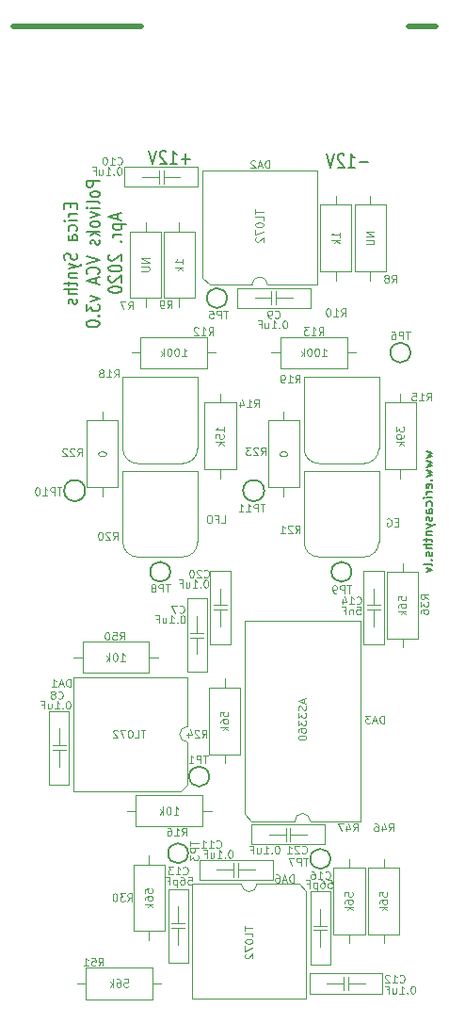
<source format=gbo>
G04 #@! TF.FileFunction,Legend,Bot*
%FSLAX46Y46*%
G04 Gerber Fmt 4.6, Leading zero omitted, Abs format (unit mm)*
G04 Created by KiCad (PCBNEW (2016-08-20 BZR 7083)-product) date Wed Apr 22 08:43:57 2020*
%MOMM*%
%LPD*%
G01*
G04 APERTURE LIST*
%ADD10C,0.100000*%
%ADD11C,0.500000*%
%ADD12C,0.150000*%
%ADD13C,0.200000*%
G04 APERTURE END LIST*
D10*
D11*
X36000000Y88500000D02*
X38500000Y88500000D01*
X500000Y88500000D02*
X12000000Y88500000D01*
D10*
X19150000Y43883334D02*
X19483333Y43883334D01*
X19483333Y44583334D01*
X18683333Y44250000D02*
X18916666Y44250000D01*
X18916666Y43883334D02*
X18916666Y44583334D01*
X18583333Y44583334D01*
X18183333Y44583334D02*
X18050000Y44583334D01*
X17983333Y44550000D01*
X17916666Y44483334D01*
X17883333Y44350000D01*
X17883333Y44116667D01*
X17916666Y43983334D01*
X17983333Y43916667D01*
X18050000Y43883334D01*
X18183333Y43883334D01*
X18250000Y43916667D01*
X18316666Y43983334D01*
X18350000Y44116667D01*
X18350000Y44350000D01*
X18316666Y44483334D01*
X18250000Y44550000D01*
X18183333Y44583334D01*
X35100000Y43950000D02*
X34866666Y43950000D01*
X34766666Y43583334D02*
X35100000Y43583334D01*
X35100000Y44283334D01*
X34766666Y44283334D01*
X34100000Y44250000D02*
X34166666Y44283334D01*
X34266666Y44283334D01*
X34366666Y44250000D01*
X34433333Y44183334D01*
X34466666Y44116667D01*
X34500000Y43983334D01*
X34500000Y43883334D01*
X34466666Y43750000D01*
X34433333Y43683334D01*
X34366666Y43616667D01*
X34266666Y43583334D01*
X34200000Y43583334D01*
X34100000Y43616667D01*
X34066666Y43650000D01*
X34066666Y43883334D01*
X34200000Y43883334D01*
D12*
X37628571Y50328572D02*
X38161904Y50176191D01*
X37780952Y50023810D01*
X38161904Y49871429D01*
X37628571Y49719048D01*
X37628571Y49490477D02*
X38161904Y49338096D01*
X37780952Y49185715D01*
X38161904Y49033334D01*
X37628571Y48880953D01*
X37628571Y48652381D02*
X38161904Y48500000D01*
X37780952Y48347620D01*
X38161904Y48195239D01*
X37628571Y48042858D01*
X38085714Y47738096D02*
X38123809Y47700000D01*
X38161904Y47738096D01*
X38123809Y47776191D01*
X38085714Y47738096D01*
X38161904Y47738096D01*
X38123809Y47052381D02*
X38161904Y47128572D01*
X38161904Y47280953D01*
X38123809Y47357143D01*
X38047619Y47395239D01*
X37742857Y47395239D01*
X37666666Y47357143D01*
X37628571Y47280953D01*
X37628571Y47128572D01*
X37666666Y47052381D01*
X37742857Y47014286D01*
X37819047Y47014286D01*
X37895238Y47395239D01*
X38161904Y46671429D02*
X37628571Y46671429D01*
X37780952Y46671429D02*
X37704761Y46633334D01*
X37666666Y46595239D01*
X37628571Y46519048D01*
X37628571Y46442858D01*
X38161904Y46176191D02*
X37628571Y46176191D01*
X37361904Y46176191D02*
X37400000Y46214286D01*
X37438095Y46176191D01*
X37400000Y46138096D01*
X37361904Y46176191D01*
X37438095Y46176191D01*
X38123809Y45452381D02*
X38161904Y45528572D01*
X38161904Y45680953D01*
X38123809Y45757143D01*
X38085714Y45795239D01*
X38009523Y45833334D01*
X37780952Y45833334D01*
X37704761Y45795239D01*
X37666666Y45757143D01*
X37628571Y45680953D01*
X37628571Y45528572D01*
X37666666Y45452381D01*
X38161904Y44766667D02*
X37742857Y44766667D01*
X37666666Y44804762D01*
X37628571Y44880953D01*
X37628571Y45033334D01*
X37666666Y45109524D01*
X38123809Y44766667D02*
X38161904Y44842858D01*
X38161904Y45033334D01*
X38123809Y45109524D01*
X38047619Y45147620D01*
X37971428Y45147620D01*
X37895238Y45109524D01*
X37857142Y45033334D01*
X37857142Y44842858D01*
X37819047Y44766667D01*
X38123809Y44423810D02*
X38161904Y44347620D01*
X38161904Y44195239D01*
X38123809Y44119048D01*
X38047619Y44080953D01*
X38009523Y44080953D01*
X37933333Y44119048D01*
X37895238Y44195239D01*
X37895238Y44309524D01*
X37857142Y44385715D01*
X37780952Y44423810D01*
X37742857Y44423810D01*
X37666666Y44385715D01*
X37628571Y44309524D01*
X37628571Y44195239D01*
X37666666Y44119048D01*
X37628571Y43814286D02*
X38161904Y43623810D01*
X37628571Y43433334D02*
X38161904Y43623810D01*
X38352380Y43700000D01*
X38390476Y43738096D01*
X38428571Y43814286D01*
X37628571Y43128572D02*
X38161904Y43128572D01*
X37704761Y43128572D02*
X37666666Y43090477D01*
X37628571Y43014286D01*
X37628571Y42900000D01*
X37666666Y42823810D01*
X37742857Y42785715D01*
X38161904Y42785715D01*
X37628571Y42519048D02*
X37628571Y42214286D01*
X37361904Y42404762D02*
X38047619Y42404762D01*
X38123809Y42366667D01*
X38161904Y42290477D01*
X38161904Y42214286D01*
X38161904Y41947620D02*
X37361904Y41947620D01*
X38161904Y41604762D02*
X37742857Y41604762D01*
X37666666Y41642858D01*
X37628571Y41719048D01*
X37628571Y41833334D01*
X37666666Y41909524D01*
X37704761Y41947620D01*
X38123809Y41261905D02*
X38161904Y41185715D01*
X38161904Y41033334D01*
X38123809Y40957143D01*
X38047619Y40919048D01*
X38009523Y40919048D01*
X37933333Y40957143D01*
X37895238Y41033334D01*
X37895238Y41147620D01*
X37857142Y41223810D01*
X37780952Y41261905D01*
X37742857Y41261905D01*
X37666666Y41223810D01*
X37628571Y41147620D01*
X37628571Y41033334D01*
X37666666Y40957143D01*
X38085714Y40576191D02*
X38123809Y40538096D01*
X38161904Y40576191D01*
X38123809Y40614286D01*
X38085714Y40576191D01*
X38161904Y40576191D01*
X38161904Y40080953D02*
X38123809Y40157143D01*
X38047619Y40195239D01*
X37361904Y40195239D01*
X37628571Y39852381D02*
X38161904Y39661905D01*
X37628571Y39471429D01*
D13*
X5614285Y72576191D02*
X5614285Y72242858D01*
X6242857Y72100000D02*
X6242857Y72576191D01*
X5042857Y72576191D01*
X5042857Y72100000D01*
X6242857Y71671429D02*
X5442857Y71671429D01*
X5671428Y71671429D02*
X5557142Y71623810D01*
X5500000Y71576191D01*
X5442857Y71480953D01*
X5442857Y71385715D01*
X6242857Y71052381D02*
X5442857Y71052381D01*
X5042857Y71052381D02*
X5100000Y71100000D01*
X5157142Y71052381D01*
X5100000Y71004762D01*
X5042857Y71052381D01*
X5157142Y71052381D01*
X6185714Y70147620D02*
X6242857Y70242858D01*
X6242857Y70433334D01*
X6185714Y70528572D01*
X6128571Y70576191D01*
X6014285Y70623810D01*
X5671428Y70623810D01*
X5557142Y70576191D01*
X5500000Y70528572D01*
X5442857Y70433334D01*
X5442857Y70242858D01*
X5500000Y70147620D01*
X6242857Y69290477D02*
X5614285Y69290477D01*
X5500000Y69338096D01*
X5442857Y69433334D01*
X5442857Y69623810D01*
X5500000Y69719048D01*
X6185714Y69290477D02*
X6242857Y69385715D01*
X6242857Y69623810D01*
X6185714Y69719048D01*
X6071428Y69766667D01*
X5957142Y69766667D01*
X5842857Y69719048D01*
X5785714Y69623810D01*
X5785714Y69385715D01*
X5728571Y69290477D01*
X6185714Y68100000D02*
X6242857Y67957143D01*
X6242857Y67719048D01*
X6185714Y67623810D01*
X6128571Y67576191D01*
X6014285Y67528572D01*
X5900000Y67528572D01*
X5785714Y67576191D01*
X5728571Y67623810D01*
X5671428Y67719048D01*
X5614285Y67909524D01*
X5557142Y68004762D01*
X5500000Y68052381D01*
X5385714Y68100000D01*
X5271428Y68100000D01*
X5157142Y68052381D01*
X5100000Y68004762D01*
X5042857Y67909524D01*
X5042857Y67671429D01*
X5100000Y67528572D01*
X5442857Y67195239D02*
X6242857Y66957143D01*
X5442857Y66719048D02*
X6242857Y66957143D01*
X6528571Y67052381D01*
X6585714Y67100000D01*
X6642857Y67195239D01*
X5442857Y66338096D02*
X6242857Y66338096D01*
X5557142Y66338096D02*
X5500000Y66290477D01*
X5442857Y66195239D01*
X5442857Y66052381D01*
X5500000Y65957143D01*
X5614285Y65909524D01*
X6242857Y65909524D01*
X5442857Y65576191D02*
X5442857Y65195239D01*
X5042857Y65433334D02*
X6071428Y65433334D01*
X6185714Y65385715D01*
X6242857Y65290477D01*
X6242857Y65195239D01*
X6242857Y64861905D02*
X5042857Y64861905D01*
X6242857Y64433334D02*
X5614285Y64433334D01*
X5500000Y64480953D01*
X5442857Y64576191D01*
X5442857Y64719048D01*
X5500000Y64814286D01*
X5557142Y64861905D01*
X6185714Y64004762D02*
X6242857Y63909524D01*
X6242857Y63719048D01*
X6185714Y63623810D01*
X6071428Y63576191D01*
X6014285Y63576191D01*
X5900000Y63623810D01*
X5842857Y63719048D01*
X5842857Y63861905D01*
X5785714Y63957143D01*
X5671428Y64004762D01*
X5614285Y64004762D01*
X5500000Y63957143D01*
X5442857Y63861905D01*
X5442857Y63719048D01*
X5500000Y63623810D01*
X8242857Y74647620D02*
X7042857Y74647620D01*
X7042857Y74266667D01*
X7100000Y74171429D01*
X7157142Y74123810D01*
X7271428Y74076191D01*
X7442857Y74076191D01*
X7557142Y74123810D01*
X7614285Y74171429D01*
X7671428Y74266667D01*
X7671428Y74647620D01*
X8242857Y73504762D02*
X8185714Y73600000D01*
X8128571Y73647620D01*
X8014285Y73695239D01*
X7671428Y73695239D01*
X7557142Y73647620D01*
X7500000Y73600000D01*
X7442857Y73504762D01*
X7442857Y73361905D01*
X7500000Y73266667D01*
X7557142Y73219048D01*
X7671428Y73171429D01*
X8014285Y73171429D01*
X8128571Y73219048D01*
X8185714Y73266667D01*
X8242857Y73361905D01*
X8242857Y73504762D01*
X8242857Y72600000D02*
X8185714Y72695239D01*
X8071428Y72742858D01*
X7042857Y72742858D01*
X8242857Y72219048D02*
X7442857Y72219048D01*
X7042857Y72219048D02*
X7100000Y72266667D01*
X7157142Y72219048D01*
X7100000Y72171429D01*
X7042857Y72219048D01*
X7157142Y72219048D01*
X7442857Y71838096D02*
X8242857Y71600000D01*
X7442857Y71361905D01*
X8242857Y70838096D02*
X8185714Y70933334D01*
X8128571Y70980953D01*
X8014285Y71028572D01*
X7671428Y71028572D01*
X7557142Y70980953D01*
X7500000Y70933334D01*
X7442857Y70838096D01*
X7442857Y70695239D01*
X7500000Y70600000D01*
X7557142Y70552381D01*
X7671428Y70504762D01*
X8014285Y70504762D01*
X8128571Y70552381D01*
X8185714Y70600000D01*
X8242857Y70695239D01*
X8242857Y70838096D01*
X8242857Y70076191D02*
X7042857Y70076191D01*
X7785714Y69980953D02*
X8242857Y69695239D01*
X7442857Y69695239D02*
X7900000Y70076191D01*
X8185714Y69314286D02*
X8242857Y69219048D01*
X8242857Y69028572D01*
X8185714Y68933334D01*
X8071428Y68885715D01*
X8014285Y68885715D01*
X7900000Y68933334D01*
X7842857Y69028572D01*
X7842857Y69171429D01*
X7785714Y69266667D01*
X7671428Y69314286D01*
X7614285Y69314286D01*
X7500000Y69266667D01*
X7442857Y69171429D01*
X7442857Y69028572D01*
X7500000Y68933334D01*
X7042857Y67838096D02*
X8242857Y67504762D01*
X7042857Y67171429D01*
X8128571Y66266667D02*
X8185714Y66314286D01*
X8242857Y66457143D01*
X8242857Y66552381D01*
X8185714Y66695239D01*
X8071428Y66790477D01*
X7957142Y66838096D01*
X7728571Y66885715D01*
X7557142Y66885715D01*
X7328571Y66838096D01*
X7214285Y66790477D01*
X7100000Y66695239D01*
X7042857Y66552381D01*
X7042857Y66457143D01*
X7100000Y66314286D01*
X7157142Y66266667D01*
X7900000Y65885715D02*
X7900000Y65409524D01*
X8242857Y65980953D02*
X7042857Y65647620D01*
X8242857Y65314286D01*
X7442857Y64314286D02*
X8242857Y64076191D01*
X7442857Y63838096D01*
X7042857Y63552381D02*
X7042857Y62933334D01*
X7500000Y63266667D01*
X7500000Y63123810D01*
X7557142Y63028572D01*
X7614285Y62980953D01*
X7728571Y62933334D01*
X8014285Y62933334D01*
X8128571Y62980953D01*
X8185714Y63028572D01*
X8242857Y63123810D01*
X8242857Y63409524D01*
X8185714Y63504762D01*
X8128571Y63552381D01*
X8128571Y62504762D02*
X8185714Y62457143D01*
X8242857Y62504762D01*
X8185714Y62552381D01*
X8128571Y62504762D01*
X8242857Y62504762D01*
X7042857Y61838096D02*
X7042857Y61742858D01*
X7100000Y61647620D01*
X7157142Y61600000D01*
X7271428Y61552381D01*
X7500000Y61504762D01*
X7785714Y61504762D01*
X8014285Y61552381D01*
X8128571Y61600000D01*
X8185714Y61647620D01*
X8242857Y61742858D01*
X8242857Y61838096D01*
X8185714Y61933334D01*
X8128571Y61980953D01*
X8014285Y62028572D01*
X7785714Y62076191D01*
X7500000Y62076191D01*
X7271428Y62028572D01*
X7157142Y61980953D01*
X7100000Y61933334D01*
X7042857Y61838096D01*
X9900000Y71623810D02*
X9900000Y71147620D01*
X10242857Y71719048D02*
X9042857Y71385715D01*
X10242857Y71052381D01*
X9442857Y70719048D02*
X10642857Y70719048D01*
X9500000Y70719048D02*
X9442857Y70623810D01*
X9442857Y70433334D01*
X9500000Y70338096D01*
X9557142Y70290477D01*
X9671428Y70242858D01*
X10014285Y70242858D01*
X10128571Y70290477D01*
X10185714Y70338096D01*
X10242857Y70433334D01*
X10242857Y70623810D01*
X10185714Y70719048D01*
X10242857Y69814286D02*
X9442857Y69814286D01*
X9671428Y69814286D02*
X9557142Y69766667D01*
X9500000Y69719048D01*
X9442857Y69623810D01*
X9442857Y69528572D01*
X10128571Y69195239D02*
X10185714Y69147620D01*
X10242857Y69195239D01*
X10185714Y69242858D01*
X10128571Y69195239D01*
X10242857Y69195239D01*
X9157142Y68004762D02*
X9100000Y67957143D01*
X9042857Y67861905D01*
X9042857Y67623810D01*
X9100000Y67528572D01*
X9157142Y67480953D01*
X9271428Y67433334D01*
X9385714Y67433334D01*
X9557142Y67480953D01*
X10242857Y68052381D01*
X10242857Y67433334D01*
X9042857Y66814286D02*
X9042857Y66719048D01*
X9100000Y66623810D01*
X9157142Y66576191D01*
X9271428Y66528572D01*
X9500000Y66480953D01*
X9785714Y66480953D01*
X10014285Y66528572D01*
X10128571Y66576191D01*
X10185714Y66623810D01*
X10242857Y66719048D01*
X10242857Y66814286D01*
X10185714Y66909524D01*
X10128571Y66957143D01*
X10014285Y67004762D01*
X9785714Y67052381D01*
X9500000Y67052381D01*
X9271428Y67004762D01*
X9157142Y66957143D01*
X9100000Y66909524D01*
X9042857Y66814286D01*
X9157142Y66100000D02*
X9100000Y66052381D01*
X9042857Y65957143D01*
X9042857Y65719048D01*
X9100000Y65623810D01*
X9157142Y65576191D01*
X9271428Y65528572D01*
X9385714Y65528572D01*
X9557142Y65576191D01*
X10242857Y66147620D01*
X10242857Y65528572D01*
X9042857Y64909524D02*
X9042857Y64814286D01*
X9100000Y64719048D01*
X9157142Y64671429D01*
X9271428Y64623810D01*
X9500000Y64576191D01*
X9785714Y64576191D01*
X10014285Y64623810D01*
X10128571Y64671429D01*
X10185714Y64719048D01*
X10242857Y64814286D01*
X10242857Y64909524D01*
X10185714Y65004762D01*
X10128571Y65052381D01*
X10014285Y65100000D01*
X9785714Y65147620D01*
X9500000Y65147620D01*
X9271428Y65100000D01*
X9157142Y65052381D01*
X9100000Y65004762D01*
X9042857Y64909524D01*
X32361904Y76314286D02*
X31600000Y76314286D01*
X30600000Y75857143D02*
X31171428Y75857143D01*
X30885714Y75857143D02*
X30885714Y77057143D01*
X30980952Y76885715D01*
X31076190Y76771429D01*
X31171428Y76714286D01*
X30219047Y76942858D02*
X30171428Y77000000D01*
X30076190Y77057143D01*
X29838095Y77057143D01*
X29742857Y77000000D01*
X29695238Y76942858D01*
X29647619Y76828572D01*
X29647619Y76714286D01*
X29695238Y76542858D01*
X30266666Y75857143D01*
X29647619Y75857143D01*
X29361904Y77057143D02*
X29028571Y75857143D01*
X28695238Y77057143D01*
X16361904Y76614286D02*
X15600000Y76614286D01*
X15980952Y76157143D02*
X15980952Y77071429D01*
X14600000Y76157143D02*
X15171428Y76157143D01*
X14885714Y76157143D02*
X14885714Y77357143D01*
X14980952Y77185715D01*
X15076190Y77071429D01*
X15171428Y77014286D01*
X14219047Y77242858D02*
X14171428Y77300000D01*
X14076190Y77357143D01*
X13838095Y77357143D01*
X13742857Y77300000D01*
X13695238Y77242858D01*
X13647619Y77128572D01*
X13647619Y77014286D01*
X13695238Y76842858D01*
X14266666Y76157143D01*
X13647619Y76157143D01*
X13361904Y77357143D02*
X13028571Y76157143D01*
X12695238Y77357143D01*
D10*
X17000000Y33600000D02*
X17000000Y32100000D01*
X17000000Y34000000D02*
X17000000Y35500000D01*
X17600000Y34000000D02*
X16400000Y34000000D01*
X17600000Y33600000D02*
X16400000Y33600000D01*
X17900000Y30500000D02*
X17900000Y37100000D01*
X17900000Y37100000D02*
X16100000Y37100000D01*
X16100000Y37100000D02*
X16100000Y30500000D01*
X16100000Y30500000D02*
X17900000Y30500000D01*
X4600000Y23900000D02*
X4600000Y25400000D01*
X4600000Y23500000D02*
X4600000Y22000000D01*
X4000000Y23500000D02*
X5200000Y23500000D01*
X4000000Y23900000D02*
X5200000Y23900000D01*
X3700000Y27000000D02*
X3700000Y20400000D01*
X3700000Y20400000D02*
X5500000Y20400000D01*
X5500000Y20400000D02*
X5500000Y27000000D01*
X5500000Y27000000D02*
X3700000Y27000000D01*
X24100000Y64100000D02*
X25600000Y64100000D01*
X23700000Y64100000D02*
X22200000Y64100000D01*
X23700000Y64700000D02*
X23700000Y63500000D01*
X24100000Y64700000D02*
X24100000Y63500000D01*
X27200000Y65000000D02*
X20600000Y65000000D01*
X20600000Y65000000D02*
X20600000Y63200000D01*
X20600000Y63200000D02*
X27200000Y63200000D01*
X27200000Y63200000D02*
X27200000Y65000000D01*
X13600000Y75000000D02*
X12100000Y75000000D01*
X14000000Y75000000D02*
X15500000Y75000000D01*
X14000000Y74400000D02*
X14000000Y75600000D01*
X13600000Y74400000D02*
X13600000Y75600000D01*
X10500000Y74100000D02*
X17100000Y74100000D01*
X17100000Y74100000D02*
X17100000Y75900000D01*
X17100000Y75900000D02*
X10500000Y75900000D01*
X10500000Y75900000D02*
X10500000Y74100000D01*
X19100000Y36100000D02*
X19100000Y34600000D01*
X19100000Y36500000D02*
X19100000Y38000000D01*
X19700000Y36500000D02*
X18500000Y36500000D01*
X19700000Y36100000D02*
X18500000Y36100000D01*
X20000000Y33000000D02*
X20000000Y39600000D01*
X20000000Y39600000D02*
X18200000Y39600000D01*
X18200000Y39600000D02*
X18200000Y33000000D01*
X18200000Y33000000D02*
X20000000Y33000000D01*
X25000000Y15900000D02*
X23500000Y15900000D01*
X25400000Y15900000D02*
X26900000Y15900000D01*
X25400000Y15300000D02*
X25400000Y16500000D01*
X25000000Y15300000D02*
X25000000Y16500000D01*
X21900000Y15000000D02*
X28500000Y15000000D01*
X28500000Y15000000D02*
X28500000Y16800000D01*
X28500000Y16800000D02*
X21900000Y16800000D01*
X21900000Y16800000D02*
X21900000Y15000000D01*
X25801500Y17083000D02*
X21928000Y17083000D01*
X21928000Y17083000D02*
X21293000Y17718000D01*
X21293000Y17718000D02*
X21293000Y35117000D01*
X27198500Y17083000D02*
X31707000Y17083000D01*
X25801500Y17083000D02*
G75*
G02X26500000Y17781500I698500J0D01*
G01*
X26500000Y17781500D02*
G75*
G02X27198500Y17083000I0J-698500D01*
G01*
X31707000Y35117000D02*
X21293000Y35117000D01*
X31707000Y35117000D02*
X31707000Y17083000D01*
D12*
X18100000Y21100000D02*
G75*
G03X18100000Y21100000I-900000J0D01*
G01*
X16200000Y14200000D02*
G75*
G03X16200000Y14200000I-900000J0D01*
G01*
X19700000Y64100000D02*
G75*
G03X19700000Y64100000I-900000J0D01*
G01*
X36200000Y59200000D02*
G75*
G03X36200000Y59200000I-900000J0D01*
G01*
X29000000Y13700000D02*
G75*
G03X29000000Y13700000I-900000J0D01*
G01*
X14600000Y39500000D02*
G75*
G03X14600000Y39500000I-900000J0D01*
G01*
X30900000Y39500000D02*
G75*
G03X30900000Y39500000I-900000J0D01*
G01*
D10*
X20300000Y12700000D02*
X18800000Y12700000D01*
X20700000Y12700000D02*
X22200000Y12700000D01*
X20700000Y12100000D02*
X20700000Y13300000D01*
X20300000Y12100000D02*
X20300000Y13300000D01*
X17200000Y11800000D02*
X23800000Y11800000D01*
X23800000Y11800000D02*
X23800000Y13600000D01*
X23800000Y13600000D02*
X17200000Y13600000D01*
X17200000Y13600000D02*
X17200000Y11800000D01*
X30600000Y2500000D02*
X32100000Y2500000D01*
X30200000Y2500000D02*
X28700000Y2500000D01*
X30200000Y3100000D02*
X30200000Y1900000D01*
X30600000Y3100000D02*
X30600000Y1900000D01*
X33700000Y3400000D02*
X27100000Y3400000D01*
X27100000Y3400000D02*
X27100000Y1600000D01*
X27100000Y1600000D02*
X33700000Y1600000D01*
X33700000Y1600000D02*
X33700000Y3400000D01*
X18141500Y65306500D02*
X17506500Y65941500D01*
X17506500Y65941500D02*
X17506500Y75593500D01*
X21951500Y65306500D02*
X18141500Y65306500D01*
X23348500Y65306500D02*
X27793500Y65306500D01*
X22650000Y66005000D02*
G75*
G02X23348500Y65306500I0J-698500D01*
G01*
X21951500Y65306500D02*
G75*
G02X22650000Y66005000I698500J0D01*
G01*
X27793500Y75593500D02*
X17506500Y75593500D01*
X27793500Y75593500D02*
X27793500Y65306500D01*
X26208500Y11443500D02*
X26843500Y10808500D01*
X26843500Y10808500D02*
X26843500Y1156500D01*
X22398500Y11443500D02*
X26208500Y11443500D01*
X21001500Y11443500D02*
X16556500Y11443500D01*
X21700000Y10745000D02*
G75*
G02X21001500Y11443500I0J698500D01*
G01*
X22398500Y11443500D02*
G75*
G02X21700000Y10745000I-698500J0D01*
G01*
X16556500Y1156500D02*
X26843500Y1156500D01*
X16556500Y1156500D02*
X16556500Y11443500D01*
D12*
X6950000Y46800000D02*
G75*
G03X6950000Y46800000I-950000J0D01*
G01*
X23050000Y46800000D02*
G75*
G03X23050000Y46800000I-950000J0D01*
G01*
D10*
X15300000Y7500000D02*
X15300000Y6000000D01*
X15300000Y7900000D02*
X15300000Y9400000D01*
X15900000Y7900000D02*
X14700000Y7900000D01*
X15900000Y7500000D02*
X14700000Y7500000D01*
X16200000Y4400000D02*
X16200000Y11000000D01*
X16200000Y11000000D02*
X14400000Y11000000D01*
X14400000Y11000000D02*
X14400000Y4400000D01*
X14400000Y4400000D02*
X16200000Y4400000D01*
X32900000Y36100000D02*
X32900000Y34600000D01*
X32900000Y36500000D02*
X32900000Y38000000D01*
X33500000Y36500000D02*
X32300000Y36500000D01*
X33500000Y36100000D02*
X32300000Y36100000D01*
X33800000Y33000000D02*
X33800000Y39600000D01*
X33800000Y39600000D02*
X32000000Y39600000D01*
X32000000Y39600000D02*
X32000000Y33000000D01*
X32000000Y33000000D02*
X33800000Y33000000D01*
X28100000Y7300000D02*
X28100000Y5800000D01*
X28100000Y7700000D02*
X28100000Y9200000D01*
X28700000Y7700000D02*
X27500000Y7700000D01*
X28700000Y7300000D02*
X27500000Y7300000D01*
X29000000Y4200000D02*
X29000000Y10800000D01*
X29000000Y10800000D02*
X27200000Y10800000D01*
X27200000Y10800000D02*
X27200000Y4200000D01*
X27200000Y4200000D02*
X29000000Y4200000D01*
X12400000Y70100000D02*
X12400000Y70900000D01*
X12400000Y64100000D02*
X12400000Y63300000D01*
X13800000Y70100000D02*
X11000000Y70100000D01*
X11000000Y70100000D02*
X11000000Y64100000D01*
X11000000Y64100000D02*
X13800000Y64100000D01*
X13800000Y64100000D02*
X13800000Y70100000D01*
X32600000Y72500000D02*
X32600000Y73300000D01*
X32600000Y66500000D02*
X32600000Y65700000D01*
X34000000Y72500000D02*
X31200000Y72500000D01*
X31200000Y72500000D02*
X31200000Y66500000D01*
X31200000Y66500000D02*
X34000000Y66500000D01*
X34000000Y66500000D02*
X34000000Y72500000D01*
X15400000Y64100000D02*
X15400000Y63300000D01*
X15400000Y70100000D02*
X15400000Y70900000D01*
X14000000Y64100000D02*
X16800000Y64100000D01*
X16800000Y64100000D02*
X16800000Y70100000D01*
X16800000Y70100000D02*
X14000000Y70100000D01*
X14000000Y70100000D02*
X14000000Y64100000D01*
X29500000Y66500000D02*
X29500000Y65700000D01*
X29500000Y72500000D02*
X29500000Y73300000D01*
X28100000Y66500000D02*
X30900000Y66500000D01*
X30900000Y66500000D02*
X30900000Y72500000D01*
X30900000Y72500000D02*
X28100000Y72500000D01*
X28100000Y72500000D02*
X28100000Y66500000D01*
X11900000Y59200000D02*
X11100000Y59200000D01*
X17900000Y59200000D02*
X18700000Y59200000D01*
X11900000Y60600000D02*
X11900000Y57800000D01*
X11900000Y57800000D02*
X17900000Y57800000D01*
X17900000Y57800000D02*
X17900000Y60600000D01*
X17900000Y60600000D02*
X11900000Y60600000D01*
X30500000Y59200000D02*
X31300000Y59200000D01*
X24500000Y59200000D02*
X23700000Y59200000D01*
X30500000Y57800000D02*
X30500000Y60600000D01*
X30500000Y60600000D02*
X24500000Y60600000D01*
X24500000Y60600000D02*
X24500000Y57800000D01*
X24500000Y57800000D02*
X30500000Y57800000D01*
X19100000Y48700000D02*
X19100000Y47900000D01*
X19100000Y54700000D02*
X19100000Y55500000D01*
X17700000Y48700000D02*
X20500000Y48700000D01*
X20500000Y48700000D02*
X20500000Y54700000D01*
X20500000Y54700000D02*
X17700000Y54700000D01*
X17700000Y54700000D02*
X17700000Y48700000D01*
X35300000Y48700000D02*
X35300000Y47900000D01*
X35300000Y54700000D02*
X35300000Y55500000D01*
X33900000Y48700000D02*
X36700000Y48700000D01*
X36700000Y48700000D02*
X36700000Y54700000D01*
X36700000Y54700000D02*
X33900000Y54700000D01*
X33900000Y54700000D02*
X33900000Y48700000D01*
X17500000Y18000000D02*
X18300000Y18000000D01*
X11500000Y18000000D02*
X10700000Y18000000D01*
X17500000Y16600000D02*
X17500000Y19400000D01*
X17500000Y19400000D02*
X11500000Y19400000D01*
X11500000Y19400000D02*
X11500000Y16600000D01*
X11500000Y16600000D02*
X17500000Y16600000D01*
X8500000Y47100000D02*
X8500000Y46300000D01*
X8500000Y53100000D02*
X8500000Y53900000D01*
X7100000Y47100000D02*
X9900000Y47100000D01*
X9900000Y47100000D02*
X9900000Y53100000D01*
X9900000Y53100000D02*
X7100000Y53100000D01*
X7100000Y53100000D02*
X7100000Y47100000D01*
X24800000Y47100000D02*
X24800000Y46300000D01*
X24800000Y53100000D02*
X24800000Y53900000D01*
X23400000Y47100000D02*
X26200000Y47100000D01*
X26200000Y47100000D02*
X26200000Y53100000D01*
X26200000Y53100000D02*
X23400000Y53100000D01*
X23400000Y53100000D02*
X23400000Y47100000D01*
X19500000Y29100000D02*
X19500000Y29900000D01*
X19500000Y23100000D02*
X19500000Y22300000D01*
X20900000Y29100000D02*
X18100000Y29100000D01*
X18100000Y29100000D02*
X18100000Y23100000D01*
X18100000Y23100000D02*
X20900000Y23100000D01*
X20900000Y23100000D02*
X20900000Y29100000D01*
X35500000Y39500000D02*
X35500000Y40300000D01*
X35500000Y33500000D02*
X35500000Y32700000D01*
X36900000Y39500000D02*
X34100000Y39500000D01*
X34100000Y39500000D02*
X34100000Y33500000D01*
X34100000Y33500000D02*
X36900000Y33500000D01*
X36900000Y33500000D02*
X36900000Y39500000D01*
X33800000Y6900000D02*
X33800000Y6100000D01*
X33800000Y12900000D02*
X33800000Y13700000D01*
X32400000Y6900000D02*
X35200000Y6900000D01*
X35200000Y6900000D02*
X35200000Y12900000D01*
X35200000Y12900000D02*
X32400000Y12900000D01*
X32400000Y12900000D02*
X32400000Y6900000D01*
X30700000Y12900000D02*
X30700000Y13700000D01*
X30700000Y6900000D02*
X30700000Y6100000D01*
X32100000Y12900000D02*
X29300000Y12900000D01*
X29300000Y12900000D02*
X29300000Y6900000D01*
X29300000Y6900000D02*
X32100000Y6900000D01*
X32100000Y6900000D02*
X32100000Y12900000D01*
X12700000Y31800000D02*
X13500000Y31800000D01*
X6700000Y31800000D02*
X5900000Y31800000D01*
X12700000Y30400000D02*
X12700000Y33200000D01*
X12700000Y33200000D02*
X6700000Y33200000D01*
X6700000Y33200000D02*
X6700000Y30400000D01*
X6700000Y30400000D02*
X12700000Y30400000D01*
X16143500Y20391500D02*
X15508500Y19756500D01*
X15508500Y19756500D02*
X5856500Y19756500D01*
X16143500Y24201500D02*
X16143500Y20391500D01*
X16143500Y25598500D02*
X16143500Y30043500D01*
X15445000Y24900000D02*
G75*
G02X16143500Y25598500I698500J0D01*
G01*
X16143500Y24201500D02*
G75*
G02X15445000Y24900000I0J698500D01*
G01*
X5856500Y30043500D02*
X5856500Y19756500D01*
X5856500Y30043500D02*
X16143500Y30043500D01*
X12700000Y13200000D02*
X12700000Y14000000D01*
X12700000Y7200000D02*
X12700000Y6400000D01*
X14100000Y13200000D02*
X11300000Y13200000D01*
X11300000Y13200000D02*
X11300000Y7200000D01*
X11300000Y7200000D02*
X14100000Y7200000D01*
X14100000Y7200000D02*
X14100000Y13200000D01*
X13000000Y2500000D02*
X13800000Y2500000D01*
X7000000Y2500000D02*
X6200000Y2500000D01*
X13000000Y1100000D02*
X13000000Y3900000D01*
X13000000Y3900000D02*
X7000000Y3900000D01*
X7000000Y3900000D02*
X7000000Y1100000D01*
X7000000Y1100000D02*
X13000000Y1100000D01*
X27968000Y49234500D02*
X32032000Y49234500D01*
X26634500Y56981500D02*
X26634500Y50568000D01*
X33365500Y50568000D02*
X33365500Y56981500D01*
X27968000Y49234500D02*
G75*
G02X26634500Y50568000I0J1333500D01*
G01*
X33365500Y50568000D02*
G75*
G02X32032000Y49234500I-1333500J0D01*
G01*
X26634500Y56981500D02*
X33365500Y56981500D01*
X27968000Y40834500D02*
X32032000Y40834500D01*
X26634500Y48581500D02*
X26634500Y42168000D01*
X33365500Y42168000D02*
X33365500Y48581500D01*
X27968000Y40834500D02*
G75*
G02X26634500Y42168000I0J1333500D01*
G01*
X33365500Y42168000D02*
G75*
G02X32032000Y40834500I-1333500J0D01*
G01*
X26634500Y48581500D02*
X33365500Y48581500D01*
X11668000Y49234500D02*
X15732000Y49234500D01*
X10334500Y56981500D02*
X10334500Y50568000D01*
X17065500Y50568000D02*
X17065500Y56981500D01*
X11668000Y49234500D02*
G75*
G02X10334500Y50568000I0J1333500D01*
G01*
X17065500Y50568000D02*
G75*
G02X15732000Y49234500I-1333500J0D01*
G01*
X10334500Y56981500D02*
X17065500Y56981500D01*
X11668000Y40834500D02*
X15732000Y40834500D01*
X10334500Y48581500D02*
X10334500Y42168000D01*
X17065500Y42168000D02*
X17065500Y48581500D01*
X11668000Y40834500D02*
G75*
G02X10334500Y42168000I0J1333500D01*
G01*
X17065500Y42168000D02*
G75*
G02X15732000Y40834500I-1333500J0D01*
G01*
X10334500Y48581500D02*
X17065500Y48581500D01*
X15750000Y35583334D02*
X15683333Y35583334D01*
X15616666Y35550000D01*
X15583333Y35516667D01*
X15550000Y35450000D01*
X15516666Y35316667D01*
X15516666Y35150000D01*
X15550000Y35016667D01*
X15583333Y34950000D01*
X15616666Y34916667D01*
X15683333Y34883334D01*
X15750000Y34883334D01*
X15816666Y34916667D01*
X15850000Y34950000D01*
X15883333Y35016667D01*
X15916666Y35150000D01*
X15916666Y35316667D01*
X15883333Y35450000D01*
X15850000Y35516667D01*
X15816666Y35550000D01*
X15750000Y35583334D01*
X15216666Y34950000D02*
X15183333Y34916667D01*
X15216666Y34883334D01*
X15250000Y34916667D01*
X15216666Y34950000D01*
X15216666Y34883334D01*
X14516666Y34883334D02*
X14916666Y34883334D01*
X14716666Y34883334D02*
X14716666Y35583334D01*
X14783333Y35483334D01*
X14850000Y35416667D01*
X14916666Y35383334D01*
X13916666Y35350000D02*
X13916666Y34883334D01*
X14216666Y35350000D02*
X14216666Y34983334D01*
X14183333Y34916667D01*
X14116666Y34883334D01*
X14016666Y34883334D01*
X13950000Y34916667D01*
X13916666Y34950000D01*
X13350000Y35250000D02*
X13583333Y35250000D01*
X13583333Y34883334D02*
X13583333Y35583334D01*
X13250000Y35583334D01*
X15416666Y35850000D02*
X15450000Y35816667D01*
X15550000Y35783334D01*
X15616666Y35783334D01*
X15716666Y35816667D01*
X15783333Y35883334D01*
X15816666Y35950000D01*
X15850000Y36083334D01*
X15850000Y36183334D01*
X15816666Y36316667D01*
X15783333Y36383334D01*
X15716666Y36450000D01*
X15616666Y36483334D01*
X15550000Y36483334D01*
X15450000Y36450000D01*
X15416666Y36416667D01*
X15183333Y36483334D02*
X14716666Y36483334D01*
X15016666Y35783334D01*
X5450000Y27883334D02*
X5383333Y27883334D01*
X5316666Y27850000D01*
X5283333Y27816667D01*
X5250000Y27750000D01*
X5216666Y27616667D01*
X5216666Y27450000D01*
X5250000Y27316667D01*
X5283333Y27250000D01*
X5316666Y27216667D01*
X5383333Y27183334D01*
X5450000Y27183334D01*
X5516666Y27216667D01*
X5550000Y27250000D01*
X5583333Y27316667D01*
X5616666Y27450000D01*
X5616666Y27616667D01*
X5583333Y27750000D01*
X5550000Y27816667D01*
X5516666Y27850000D01*
X5450000Y27883334D01*
X4916666Y27250000D02*
X4883333Y27216667D01*
X4916666Y27183334D01*
X4950000Y27216667D01*
X4916666Y27250000D01*
X4916666Y27183334D01*
X4216666Y27183334D02*
X4616666Y27183334D01*
X4416666Y27183334D02*
X4416666Y27883334D01*
X4483333Y27783334D01*
X4550000Y27716667D01*
X4616666Y27683334D01*
X3616666Y27650000D02*
X3616666Y27183334D01*
X3916666Y27650000D02*
X3916666Y27283334D01*
X3883333Y27216667D01*
X3816666Y27183334D01*
X3716666Y27183334D01*
X3650000Y27216667D01*
X3616666Y27250000D01*
X3050000Y27550000D02*
X3283333Y27550000D01*
X3283333Y27183334D02*
X3283333Y27883334D01*
X2950000Y27883334D01*
X4516666Y28150000D02*
X4550000Y28116667D01*
X4650000Y28083334D01*
X4716666Y28083334D01*
X4816666Y28116667D01*
X4883333Y28183334D01*
X4916666Y28250000D01*
X4950000Y28383334D01*
X4950000Y28483334D01*
X4916666Y28616667D01*
X4883333Y28683334D01*
X4816666Y28750000D01*
X4716666Y28783334D01*
X4650000Y28783334D01*
X4550000Y28750000D01*
X4516666Y28716667D01*
X4116666Y28483334D02*
X4183333Y28516667D01*
X4216666Y28550000D01*
X4250000Y28616667D01*
X4250000Y28650000D01*
X4216666Y28716667D01*
X4183333Y28750000D01*
X4116666Y28783334D01*
X3983333Y28783334D01*
X3916666Y28750000D01*
X3883333Y28716667D01*
X3850000Y28650000D01*
X3850000Y28616667D01*
X3883333Y28550000D01*
X3916666Y28516667D01*
X3983333Y28483334D01*
X4116666Y28483334D01*
X4183333Y28450000D01*
X4216666Y28416667D01*
X4250000Y28350000D01*
X4250000Y28216667D01*
X4216666Y28150000D01*
X4183333Y28116667D01*
X4116666Y28083334D01*
X3983333Y28083334D01*
X3916666Y28116667D01*
X3883333Y28150000D01*
X3850000Y28216667D01*
X3850000Y28350000D01*
X3883333Y28416667D01*
X3916666Y28450000D01*
X3983333Y28483334D01*
X24950000Y62083334D02*
X24883333Y62083334D01*
X24816666Y62050000D01*
X24783333Y62016667D01*
X24750000Y61950000D01*
X24716666Y61816667D01*
X24716666Y61650000D01*
X24750000Y61516667D01*
X24783333Y61450000D01*
X24816666Y61416667D01*
X24883333Y61383334D01*
X24950000Y61383334D01*
X25016666Y61416667D01*
X25050000Y61450000D01*
X25083333Y61516667D01*
X25116666Y61650000D01*
X25116666Y61816667D01*
X25083333Y61950000D01*
X25050000Y62016667D01*
X25016666Y62050000D01*
X24950000Y62083334D01*
X24416666Y61450000D02*
X24383333Y61416667D01*
X24416666Y61383334D01*
X24450000Y61416667D01*
X24416666Y61450000D01*
X24416666Y61383334D01*
X23716666Y61383334D02*
X24116666Y61383334D01*
X23916666Y61383334D02*
X23916666Y62083334D01*
X23983333Y61983334D01*
X24050000Y61916667D01*
X24116666Y61883334D01*
X23116666Y61850000D02*
X23116666Y61383334D01*
X23416666Y61850000D02*
X23416666Y61483334D01*
X23383333Y61416667D01*
X23316666Y61383334D01*
X23216666Y61383334D01*
X23150000Y61416667D01*
X23116666Y61450000D01*
X22550000Y61750000D02*
X22783333Y61750000D01*
X22783333Y61383334D02*
X22783333Y62083334D01*
X22450000Y62083334D01*
X24016666Y62350000D02*
X24050000Y62316667D01*
X24150000Y62283334D01*
X24216666Y62283334D01*
X24316666Y62316667D01*
X24383333Y62383334D01*
X24416666Y62450000D01*
X24450000Y62583334D01*
X24450000Y62683334D01*
X24416666Y62816667D01*
X24383333Y62883334D01*
X24316666Y62950000D01*
X24216666Y62983334D01*
X24150000Y62983334D01*
X24050000Y62950000D01*
X24016666Y62916667D01*
X23683333Y62283334D02*
X23550000Y62283334D01*
X23483333Y62316667D01*
X23450000Y62350000D01*
X23383333Y62450000D01*
X23350000Y62583334D01*
X23350000Y62850000D01*
X23383333Y62916667D01*
X23416666Y62950000D01*
X23483333Y62983334D01*
X23616666Y62983334D01*
X23683333Y62950000D01*
X23716666Y62916667D01*
X23750000Y62850000D01*
X23750000Y62683334D01*
X23716666Y62616667D01*
X23683333Y62583334D01*
X23616666Y62550000D01*
X23483333Y62550000D01*
X23416666Y62583334D01*
X23383333Y62616667D01*
X23350000Y62683334D01*
X10050000Y75883334D02*
X9983333Y75883334D01*
X9916666Y75850000D01*
X9883333Y75816667D01*
X9850000Y75750000D01*
X9816666Y75616667D01*
X9816666Y75450000D01*
X9850000Y75316667D01*
X9883333Y75250000D01*
X9916666Y75216667D01*
X9983333Y75183334D01*
X10050000Y75183334D01*
X10116666Y75216667D01*
X10150000Y75250000D01*
X10183333Y75316667D01*
X10216666Y75450000D01*
X10216666Y75616667D01*
X10183333Y75750000D01*
X10150000Y75816667D01*
X10116666Y75850000D01*
X10050000Y75883334D01*
X9516666Y75250000D02*
X9483333Y75216667D01*
X9516666Y75183334D01*
X9550000Y75216667D01*
X9516666Y75250000D01*
X9516666Y75183334D01*
X8816666Y75183334D02*
X9216666Y75183334D01*
X9016666Y75183334D02*
X9016666Y75883334D01*
X9083333Y75783334D01*
X9150000Y75716667D01*
X9216666Y75683334D01*
X8216666Y75650000D02*
X8216666Y75183334D01*
X8516666Y75650000D02*
X8516666Y75283334D01*
X8483333Y75216667D01*
X8416666Y75183334D01*
X8316666Y75183334D01*
X8250000Y75216667D01*
X8216666Y75250000D01*
X7650000Y75550000D02*
X7883333Y75550000D01*
X7883333Y75183334D02*
X7883333Y75883334D01*
X7550000Y75883334D01*
X9850000Y76150000D02*
X9883333Y76116667D01*
X9983333Y76083334D01*
X10050000Y76083334D01*
X10150000Y76116667D01*
X10216666Y76183334D01*
X10250000Y76250000D01*
X10283333Y76383334D01*
X10283333Y76483334D01*
X10250000Y76616667D01*
X10216666Y76683334D01*
X10150000Y76750000D01*
X10050000Y76783334D01*
X9983333Y76783334D01*
X9883333Y76750000D01*
X9850000Y76716667D01*
X9183333Y76083334D02*
X9583333Y76083334D01*
X9383333Y76083334D02*
X9383333Y76783334D01*
X9450000Y76683334D01*
X9516666Y76616667D01*
X9583333Y76583334D01*
X8750000Y76783334D02*
X8683333Y76783334D01*
X8616666Y76750000D01*
X8583333Y76716667D01*
X8550000Y76650000D01*
X8516666Y76516667D01*
X8516666Y76350000D01*
X8550000Y76216667D01*
X8583333Y76150000D01*
X8616666Y76116667D01*
X8683333Y76083334D01*
X8750000Y76083334D01*
X8816666Y76116667D01*
X8850000Y76150000D01*
X8883333Y76216667D01*
X8916666Y76350000D01*
X8916666Y76516667D01*
X8883333Y76650000D01*
X8850000Y76716667D01*
X8816666Y76750000D01*
X8750000Y76783334D01*
X17850000Y38783334D02*
X17783333Y38783334D01*
X17716666Y38750000D01*
X17683333Y38716667D01*
X17650000Y38650000D01*
X17616666Y38516667D01*
X17616666Y38350000D01*
X17650000Y38216667D01*
X17683333Y38150000D01*
X17716666Y38116667D01*
X17783333Y38083334D01*
X17850000Y38083334D01*
X17916666Y38116667D01*
X17950000Y38150000D01*
X17983333Y38216667D01*
X18016666Y38350000D01*
X18016666Y38516667D01*
X17983333Y38650000D01*
X17950000Y38716667D01*
X17916666Y38750000D01*
X17850000Y38783334D01*
X17316666Y38150000D02*
X17283333Y38116667D01*
X17316666Y38083334D01*
X17350000Y38116667D01*
X17316666Y38150000D01*
X17316666Y38083334D01*
X16616666Y38083334D02*
X17016666Y38083334D01*
X16816666Y38083334D02*
X16816666Y38783334D01*
X16883333Y38683334D01*
X16950000Y38616667D01*
X17016666Y38583334D01*
X16016666Y38550000D02*
X16016666Y38083334D01*
X16316666Y38550000D02*
X16316666Y38183334D01*
X16283333Y38116667D01*
X16216666Y38083334D01*
X16116666Y38083334D01*
X16050000Y38116667D01*
X16016666Y38150000D01*
X15450000Y38450000D02*
X15683333Y38450000D01*
X15683333Y38083334D02*
X15683333Y38783334D01*
X15350000Y38783334D01*
X17650000Y39050000D02*
X17683333Y39016667D01*
X17783333Y38983334D01*
X17850000Y38983334D01*
X17950000Y39016667D01*
X18016666Y39083334D01*
X18050000Y39150000D01*
X18083333Y39283334D01*
X18083333Y39383334D01*
X18050000Y39516667D01*
X18016666Y39583334D01*
X17950000Y39650000D01*
X17850000Y39683334D01*
X17783333Y39683334D01*
X17683333Y39650000D01*
X17650000Y39616667D01*
X17383333Y39616667D02*
X17350000Y39650000D01*
X17283333Y39683334D01*
X17116666Y39683334D01*
X17050000Y39650000D01*
X17016666Y39616667D01*
X16983333Y39550000D01*
X16983333Y39483334D01*
X17016666Y39383334D01*
X17416666Y38983334D01*
X16983333Y38983334D01*
X16550000Y39683334D02*
X16483333Y39683334D01*
X16416666Y39650000D01*
X16383333Y39616667D01*
X16350000Y39550000D01*
X16316666Y39416667D01*
X16316666Y39250000D01*
X16350000Y39116667D01*
X16383333Y39050000D01*
X16416666Y39016667D01*
X16483333Y38983334D01*
X16550000Y38983334D01*
X16616666Y39016667D01*
X16650000Y39050000D01*
X16683333Y39116667D01*
X16716666Y39250000D01*
X16716666Y39416667D01*
X16683333Y39550000D01*
X16650000Y39616667D01*
X16616666Y39650000D01*
X16550000Y39683334D01*
X24250000Y14883334D02*
X24183333Y14883334D01*
X24116666Y14850000D01*
X24083333Y14816667D01*
X24050000Y14750000D01*
X24016666Y14616667D01*
X24016666Y14450000D01*
X24050000Y14316667D01*
X24083333Y14250000D01*
X24116666Y14216667D01*
X24183333Y14183334D01*
X24250000Y14183334D01*
X24316666Y14216667D01*
X24350000Y14250000D01*
X24383333Y14316667D01*
X24416666Y14450000D01*
X24416666Y14616667D01*
X24383333Y14750000D01*
X24350000Y14816667D01*
X24316666Y14850000D01*
X24250000Y14883334D01*
X23716666Y14250000D02*
X23683333Y14216667D01*
X23716666Y14183334D01*
X23750000Y14216667D01*
X23716666Y14250000D01*
X23716666Y14183334D01*
X23016666Y14183334D02*
X23416666Y14183334D01*
X23216666Y14183334D02*
X23216666Y14883334D01*
X23283333Y14783334D01*
X23350000Y14716667D01*
X23416666Y14683334D01*
X22416666Y14650000D02*
X22416666Y14183334D01*
X22716666Y14650000D02*
X22716666Y14283334D01*
X22683333Y14216667D01*
X22616666Y14183334D01*
X22516666Y14183334D01*
X22450000Y14216667D01*
X22416666Y14250000D01*
X21850000Y14550000D02*
X22083333Y14550000D01*
X22083333Y14183334D02*
X22083333Y14883334D01*
X21750000Y14883334D01*
X26450000Y14250000D02*
X26483333Y14216667D01*
X26583333Y14183334D01*
X26650000Y14183334D01*
X26750000Y14216667D01*
X26816666Y14283334D01*
X26850000Y14350000D01*
X26883333Y14483334D01*
X26883333Y14583334D01*
X26850000Y14716667D01*
X26816666Y14783334D01*
X26750000Y14850000D01*
X26650000Y14883334D01*
X26583333Y14883334D01*
X26483333Y14850000D01*
X26450000Y14816667D01*
X26183333Y14816667D02*
X26150000Y14850000D01*
X26083333Y14883334D01*
X25916666Y14883334D01*
X25850000Y14850000D01*
X25816666Y14816667D01*
X25783333Y14750000D01*
X25783333Y14683334D01*
X25816666Y14583334D01*
X26216666Y14183334D01*
X25783333Y14183334D01*
X25116666Y14183334D02*
X25516666Y14183334D01*
X25316666Y14183334D02*
X25316666Y14883334D01*
X25383333Y14783334D01*
X25450000Y14716667D01*
X25516666Y14683334D01*
X26616666Y28060334D02*
X26616666Y27727000D01*
X26816666Y28127000D02*
X26116666Y27893667D01*
X26816666Y27660334D01*
X26783333Y27460334D02*
X26816666Y27360334D01*
X26816666Y27193667D01*
X26783333Y27127000D01*
X26750000Y27093667D01*
X26683333Y27060334D01*
X26616666Y27060334D01*
X26550000Y27093667D01*
X26516666Y27127000D01*
X26483333Y27193667D01*
X26450000Y27327000D01*
X26416666Y27393667D01*
X26383333Y27427000D01*
X26316666Y27460334D01*
X26250000Y27460334D01*
X26183333Y27427000D01*
X26150000Y27393667D01*
X26116666Y27327000D01*
X26116666Y27160334D01*
X26150000Y27060334D01*
X26116666Y26827000D02*
X26116666Y26393667D01*
X26383333Y26627000D01*
X26383333Y26527000D01*
X26416666Y26460334D01*
X26450000Y26427000D01*
X26516666Y26393667D01*
X26683333Y26393667D01*
X26750000Y26427000D01*
X26783333Y26460334D01*
X26816666Y26527000D01*
X26816666Y26727000D01*
X26783333Y26793667D01*
X26750000Y26827000D01*
X26116666Y26160334D02*
X26116666Y25727000D01*
X26383333Y25960334D01*
X26383333Y25860334D01*
X26416666Y25793667D01*
X26450000Y25760334D01*
X26516666Y25727000D01*
X26683333Y25727000D01*
X26750000Y25760334D01*
X26783333Y25793667D01*
X26816666Y25860334D01*
X26816666Y26060334D01*
X26783333Y26127000D01*
X26750000Y26160334D01*
X26116666Y25127000D02*
X26116666Y25260334D01*
X26150000Y25327000D01*
X26183333Y25360334D01*
X26283333Y25427000D01*
X26416666Y25460334D01*
X26683333Y25460334D01*
X26750000Y25427000D01*
X26783333Y25393667D01*
X26816666Y25327000D01*
X26816666Y25193667D01*
X26783333Y25127000D01*
X26750000Y25093667D01*
X26683333Y25060334D01*
X26516666Y25060334D01*
X26450000Y25093667D01*
X26416666Y25127000D01*
X26383333Y25193667D01*
X26383333Y25327000D01*
X26416666Y25393667D01*
X26450000Y25427000D01*
X26516666Y25460334D01*
X26116666Y24627000D02*
X26116666Y24560334D01*
X26150000Y24493667D01*
X26183333Y24460334D01*
X26250000Y24427000D01*
X26383333Y24393667D01*
X26550000Y24393667D01*
X26683333Y24427000D01*
X26750000Y24460334D01*
X26783333Y24493667D01*
X26816666Y24560334D01*
X26816666Y24627000D01*
X26783333Y24693667D01*
X26750000Y24727000D01*
X26683333Y24760334D01*
X26550000Y24793667D01*
X26383333Y24793667D01*
X26250000Y24760334D01*
X26183333Y24727000D01*
X26150000Y24693667D01*
X26116666Y24627000D01*
X33816666Y25883334D02*
X33816666Y26583334D01*
X33650000Y26583334D01*
X33550000Y26550000D01*
X33483333Y26483334D01*
X33450000Y26416667D01*
X33416666Y26283334D01*
X33416666Y26183334D01*
X33450000Y26050000D01*
X33483333Y25983334D01*
X33550000Y25916667D01*
X33650000Y25883334D01*
X33816666Y25883334D01*
X33150000Y26083334D02*
X32816666Y26083334D01*
X33216666Y25883334D02*
X32983333Y26583334D01*
X32750000Y25883334D01*
X32583333Y26583334D02*
X32150000Y26583334D01*
X32383333Y26316667D01*
X32283333Y26316667D01*
X32216666Y26283334D01*
X32183333Y26250000D01*
X32150000Y26183334D01*
X32150000Y26016667D01*
X32183333Y25950000D01*
X32216666Y25916667D01*
X32283333Y25883334D01*
X32483333Y25883334D01*
X32550000Y25916667D01*
X32583333Y25950000D01*
X17983333Y22983334D02*
X17583333Y22983334D01*
X17783333Y22283334D02*
X17783333Y22983334D01*
X17350000Y22283334D02*
X17350000Y22983334D01*
X17083333Y22983334D01*
X17016666Y22950000D01*
X16983333Y22916667D01*
X16950000Y22850000D01*
X16950000Y22750000D01*
X16983333Y22683334D01*
X17016666Y22650000D01*
X17083333Y22616667D01*
X17350000Y22616667D01*
X16283333Y22283334D02*
X16683333Y22283334D01*
X16483333Y22283334D02*
X16483333Y22983334D01*
X16550000Y22883334D01*
X16616666Y22816667D01*
X16683333Y22783334D01*
X16416666Y15283334D02*
X16416666Y14883334D01*
X17116666Y15083334D02*
X16416666Y15083334D01*
X17116666Y14650000D02*
X16416666Y14650000D01*
X16416666Y14383334D01*
X16450000Y14316667D01*
X16483333Y14283334D01*
X16550000Y14250000D01*
X16650000Y14250000D01*
X16716666Y14283334D01*
X16750000Y14316667D01*
X16783333Y14383334D01*
X16783333Y14650000D01*
X16416666Y14016667D02*
X16416666Y13583334D01*
X16683333Y13816667D01*
X16683333Y13716667D01*
X16716666Y13650000D01*
X16750000Y13616667D01*
X16816666Y13583334D01*
X16983333Y13583334D01*
X17050000Y13616667D01*
X17083333Y13650000D01*
X17116666Y13716667D01*
X17116666Y13916667D01*
X17083333Y13983334D01*
X17050000Y14016667D01*
X19783333Y62983334D02*
X19383333Y62983334D01*
X19583333Y62283334D02*
X19583333Y62983334D01*
X19150000Y62283334D02*
X19150000Y62983334D01*
X18883333Y62983334D01*
X18816666Y62950000D01*
X18783333Y62916667D01*
X18750000Y62850000D01*
X18750000Y62750000D01*
X18783333Y62683334D01*
X18816666Y62650000D01*
X18883333Y62616667D01*
X19150000Y62616667D01*
X18116666Y62983334D02*
X18450000Y62983334D01*
X18483333Y62650000D01*
X18450000Y62683334D01*
X18383333Y62716667D01*
X18216666Y62716667D01*
X18150000Y62683334D01*
X18116666Y62650000D01*
X18083333Y62583334D01*
X18083333Y62416667D01*
X18116666Y62350000D01*
X18150000Y62316667D01*
X18216666Y62283334D01*
X18383333Y62283334D01*
X18450000Y62316667D01*
X18483333Y62350000D01*
X36183333Y61083334D02*
X35783333Y61083334D01*
X35983333Y60383334D02*
X35983333Y61083334D01*
X35550000Y60383334D02*
X35550000Y61083334D01*
X35283333Y61083334D01*
X35216666Y61050000D01*
X35183333Y61016667D01*
X35150000Y60950000D01*
X35150000Y60850000D01*
X35183333Y60783334D01*
X35216666Y60750000D01*
X35283333Y60716667D01*
X35550000Y60716667D01*
X34550000Y61083334D02*
X34683333Y61083334D01*
X34750000Y61050000D01*
X34783333Y61016667D01*
X34850000Y60916667D01*
X34883333Y60783334D01*
X34883333Y60516667D01*
X34850000Y60450000D01*
X34816666Y60416667D01*
X34750000Y60383334D01*
X34616666Y60383334D01*
X34550000Y60416667D01*
X34516666Y60450000D01*
X34483333Y60516667D01*
X34483333Y60683334D01*
X34516666Y60750000D01*
X34550000Y60783334D01*
X34616666Y60816667D01*
X34750000Y60816667D01*
X34816666Y60783334D01*
X34850000Y60750000D01*
X34883333Y60683334D01*
X26983333Y13783334D02*
X26583333Y13783334D01*
X26783333Y13083334D02*
X26783333Y13783334D01*
X26350000Y13083334D02*
X26350000Y13783334D01*
X26083333Y13783334D01*
X26016666Y13750000D01*
X25983333Y13716667D01*
X25950000Y13650000D01*
X25950000Y13550000D01*
X25983333Y13483334D01*
X26016666Y13450000D01*
X26083333Y13416667D01*
X26350000Y13416667D01*
X25716666Y13783334D02*
X25250000Y13783334D01*
X25550000Y13083334D01*
X14583333Y38383334D02*
X14183333Y38383334D01*
X14383333Y37683334D02*
X14383333Y38383334D01*
X13950000Y37683334D02*
X13950000Y38383334D01*
X13683333Y38383334D01*
X13616666Y38350000D01*
X13583333Y38316667D01*
X13550000Y38250000D01*
X13550000Y38150000D01*
X13583333Y38083334D01*
X13616666Y38050000D01*
X13683333Y38016667D01*
X13950000Y38016667D01*
X13150000Y38083334D02*
X13216666Y38116667D01*
X13250000Y38150000D01*
X13283333Y38216667D01*
X13283333Y38250000D01*
X13250000Y38316667D01*
X13216666Y38350000D01*
X13150000Y38383334D01*
X13016666Y38383334D01*
X12950000Y38350000D01*
X12916666Y38316667D01*
X12883333Y38250000D01*
X12883333Y38216667D01*
X12916666Y38150000D01*
X12950000Y38116667D01*
X13016666Y38083334D01*
X13150000Y38083334D01*
X13216666Y38050000D01*
X13250000Y38016667D01*
X13283333Y37950000D01*
X13283333Y37816667D01*
X13250000Y37750000D01*
X13216666Y37716667D01*
X13150000Y37683334D01*
X13016666Y37683334D01*
X12950000Y37716667D01*
X12916666Y37750000D01*
X12883333Y37816667D01*
X12883333Y37950000D01*
X12916666Y38016667D01*
X12950000Y38050000D01*
X13016666Y38083334D01*
X30883333Y38283334D02*
X30483333Y38283334D01*
X30683333Y37583334D02*
X30683333Y38283334D01*
X30250000Y37583334D02*
X30250000Y38283334D01*
X29983333Y38283334D01*
X29916666Y38250000D01*
X29883333Y38216667D01*
X29850000Y38150000D01*
X29850000Y38050000D01*
X29883333Y37983334D01*
X29916666Y37950000D01*
X29983333Y37916667D01*
X30250000Y37916667D01*
X29516666Y37583334D02*
X29383333Y37583334D01*
X29316666Y37616667D01*
X29283333Y37650000D01*
X29216666Y37750000D01*
X29183333Y37883334D01*
X29183333Y38150000D01*
X29216666Y38216667D01*
X29250000Y38250000D01*
X29316666Y38283334D01*
X29450000Y38283334D01*
X29516666Y38250000D01*
X29550000Y38216667D01*
X29583333Y38150000D01*
X29583333Y37983334D01*
X29550000Y37916667D01*
X29516666Y37883334D01*
X29450000Y37850000D01*
X29316666Y37850000D01*
X29250000Y37883334D01*
X29216666Y37916667D01*
X29183333Y37983334D01*
X20050000Y14483334D02*
X19983333Y14483334D01*
X19916666Y14450000D01*
X19883333Y14416667D01*
X19850000Y14350000D01*
X19816666Y14216667D01*
X19816666Y14050000D01*
X19850000Y13916667D01*
X19883333Y13850000D01*
X19916666Y13816667D01*
X19983333Y13783334D01*
X20050000Y13783334D01*
X20116666Y13816667D01*
X20150000Y13850000D01*
X20183333Y13916667D01*
X20216666Y14050000D01*
X20216666Y14216667D01*
X20183333Y14350000D01*
X20150000Y14416667D01*
X20116666Y14450000D01*
X20050000Y14483334D01*
X19516666Y13850000D02*
X19483333Y13816667D01*
X19516666Y13783334D01*
X19550000Y13816667D01*
X19516666Y13850000D01*
X19516666Y13783334D01*
X18816666Y13783334D02*
X19216666Y13783334D01*
X19016666Y13783334D02*
X19016666Y14483334D01*
X19083333Y14383334D01*
X19150000Y14316667D01*
X19216666Y14283334D01*
X18216666Y14250000D02*
X18216666Y13783334D01*
X18516666Y14250000D02*
X18516666Y13883334D01*
X18483333Y13816667D01*
X18416666Y13783334D01*
X18316666Y13783334D01*
X18250000Y13816667D01*
X18216666Y13850000D01*
X17650000Y14150000D02*
X17883333Y14150000D01*
X17883333Y13783334D02*
X17883333Y14483334D01*
X17550000Y14483334D01*
X18750000Y14750000D02*
X18783333Y14716667D01*
X18883333Y14683334D01*
X18950000Y14683334D01*
X19050000Y14716667D01*
X19116666Y14783334D01*
X19150000Y14850000D01*
X19183333Y14983334D01*
X19183333Y15083334D01*
X19150000Y15216667D01*
X19116666Y15283334D01*
X19050000Y15350000D01*
X18950000Y15383334D01*
X18883333Y15383334D01*
X18783333Y15350000D01*
X18750000Y15316667D01*
X18083333Y14683334D02*
X18483333Y14683334D01*
X18283333Y14683334D02*
X18283333Y15383334D01*
X18350000Y15283334D01*
X18416666Y15216667D01*
X18483333Y15183334D01*
X17416666Y14683334D02*
X17816666Y14683334D01*
X17616666Y14683334D02*
X17616666Y15383334D01*
X17683333Y15283334D01*
X17750000Y15216667D01*
X17816666Y15183334D01*
X36450000Y2283334D02*
X36383333Y2283334D01*
X36316666Y2250000D01*
X36283333Y2216667D01*
X36250000Y2150000D01*
X36216666Y2016667D01*
X36216666Y1850000D01*
X36250000Y1716667D01*
X36283333Y1650000D01*
X36316666Y1616667D01*
X36383333Y1583334D01*
X36450000Y1583334D01*
X36516666Y1616667D01*
X36550000Y1650000D01*
X36583333Y1716667D01*
X36616666Y1850000D01*
X36616666Y2016667D01*
X36583333Y2150000D01*
X36550000Y2216667D01*
X36516666Y2250000D01*
X36450000Y2283334D01*
X35916666Y1650000D02*
X35883333Y1616667D01*
X35916666Y1583334D01*
X35950000Y1616667D01*
X35916666Y1650000D01*
X35916666Y1583334D01*
X35216666Y1583334D02*
X35616666Y1583334D01*
X35416666Y1583334D02*
X35416666Y2283334D01*
X35483333Y2183334D01*
X35550000Y2116667D01*
X35616666Y2083334D01*
X34616666Y2050000D02*
X34616666Y1583334D01*
X34916666Y2050000D02*
X34916666Y1683334D01*
X34883333Y1616667D01*
X34816666Y1583334D01*
X34716666Y1583334D01*
X34650000Y1616667D01*
X34616666Y1650000D01*
X34050000Y1950000D02*
X34283333Y1950000D01*
X34283333Y1583334D02*
X34283333Y2283334D01*
X33950000Y2283334D01*
X35250000Y2650000D02*
X35283333Y2616667D01*
X35383333Y2583334D01*
X35450000Y2583334D01*
X35550000Y2616667D01*
X35616666Y2683334D01*
X35650000Y2750000D01*
X35683333Y2883334D01*
X35683333Y2983334D01*
X35650000Y3116667D01*
X35616666Y3183334D01*
X35550000Y3250000D01*
X35450000Y3283334D01*
X35383333Y3283334D01*
X35283333Y3250000D01*
X35250000Y3216667D01*
X34583333Y2583334D02*
X34983333Y2583334D01*
X34783333Y2583334D02*
X34783333Y3283334D01*
X34850000Y3183334D01*
X34916666Y3116667D01*
X34983333Y3083334D01*
X34316666Y3216667D02*
X34283333Y3250000D01*
X34216666Y3283334D01*
X34050000Y3283334D01*
X33983333Y3250000D01*
X33950000Y3216667D01*
X33916666Y3150000D01*
X33916666Y3083334D01*
X33950000Y2983334D01*
X34350000Y2583334D01*
X33916666Y2583334D01*
X22266666Y72060334D02*
X22266666Y71660334D01*
X22966666Y71860334D02*
X22266666Y71860334D01*
X22966666Y71093667D02*
X22966666Y71427000D01*
X22266666Y71427000D01*
X22266666Y70727000D02*
X22266666Y70660334D01*
X22300000Y70593667D01*
X22333333Y70560334D01*
X22400000Y70527000D01*
X22533333Y70493667D01*
X22700000Y70493667D01*
X22833333Y70527000D01*
X22900000Y70560334D01*
X22933333Y70593667D01*
X22966666Y70660334D01*
X22966666Y70727000D01*
X22933333Y70793667D01*
X22900000Y70827000D01*
X22833333Y70860334D01*
X22700000Y70893667D01*
X22533333Y70893667D01*
X22400000Y70860334D01*
X22333333Y70827000D01*
X22300000Y70793667D01*
X22266666Y70727000D01*
X22266666Y70260334D02*
X22266666Y69793667D01*
X22966666Y70093667D01*
X22333333Y69560334D02*
X22300000Y69527000D01*
X22266666Y69460334D01*
X22266666Y69293667D01*
X22300000Y69227000D01*
X22333333Y69193667D01*
X22400000Y69160334D01*
X22466666Y69160334D01*
X22566666Y69193667D01*
X22966666Y69593667D01*
X22966666Y69160334D01*
X23516666Y75783334D02*
X23516666Y76483334D01*
X23350000Y76483334D01*
X23250000Y76450000D01*
X23183333Y76383334D01*
X23150000Y76316667D01*
X23116666Y76183334D01*
X23116666Y76083334D01*
X23150000Y75950000D01*
X23183333Y75883334D01*
X23250000Y75816667D01*
X23350000Y75783334D01*
X23516666Y75783334D01*
X22850000Y75983334D02*
X22516666Y75983334D01*
X22916666Y75783334D02*
X22683333Y76483334D01*
X22450000Y75783334D01*
X22250000Y76416667D02*
X22216666Y76450000D01*
X22150000Y76483334D01*
X21983333Y76483334D01*
X21916666Y76450000D01*
X21883333Y76416667D01*
X21850000Y76350000D01*
X21850000Y76283334D01*
X21883333Y76183334D01*
X22283333Y75783334D01*
X21850000Y75783334D01*
X21316666Y7656334D02*
X21316666Y7256334D01*
X22016666Y7456334D02*
X21316666Y7456334D01*
X22016666Y6689667D02*
X22016666Y7023000D01*
X21316666Y7023000D01*
X21316666Y6323000D02*
X21316666Y6256334D01*
X21350000Y6189667D01*
X21383333Y6156334D01*
X21450000Y6123000D01*
X21583333Y6089667D01*
X21750000Y6089667D01*
X21883333Y6123000D01*
X21950000Y6156334D01*
X21983333Y6189667D01*
X22016666Y6256334D01*
X22016666Y6323000D01*
X21983333Y6389667D01*
X21950000Y6423000D01*
X21883333Y6456334D01*
X21750000Y6489667D01*
X21583333Y6489667D01*
X21450000Y6456334D01*
X21383333Y6423000D01*
X21350000Y6389667D01*
X21316666Y6323000D01*
X21316666Y5856334D02*
X21316666Y5389667D01*
X22016666Y5689667D01*
X21383333Y5156334D02*
X21350000Y5123000D01*
X21316666Y5056334D01*
X21316666Y4889667D01*
X21350000Y4823000D01*
X21383333Y4789667D01*
X21450000Y4756334D01*
X21516666Y4756334D01*
X21616666Y4789667D01*
X22016666Y5189667D01*
X22016666Y4756334D01*
X25716666Y11583334D02*
X25716666Y12283334D01*
X25550000Y12283334D01*
X25450000Y12250000D01*
X25383333Y12183334D01*
X25350000Y12116667D01*
X25316666Y11983334D01*
X25316666Y11883334D01*
X25350000Y11750000D01*
X25383333Y11683334D01*
X25450000Y11616667D01*
X25550000Y11583334D01*
X25716666Y11583334D01*
X25050000Y11783334D02*
X24716666Y11783334D01*
X25116666Y11583334D02*
X24883333Y12283334D01*
X24650000Y11583334D01*
X24116666Y12283334D02*
X24250000Y12283334D01*
X24316666Y12250000D01*
X24350000Y12216667D01*
X24416666Y12116667D01*
X24450000Y11983334D01*
X24450000Y11716667D01*
X24416666Y11650000D01*
X24383333Y11616667D01*
X24316666Y11583334D01*
X24183333Y11583334D01*
X24116666Y11616667D01*
X24083333Y11650000D01*
X24050000Y11716667D01*
X24050000Y11883334D01*
X24083333Y11950000D01*
X24116666Y11983334D01*
X24183333Y12016667D01*
X24316666Y12016667D01*
X24383333Y11983334D01*
X24416666Y11950000D01*
X24450000Y11883334D01*
X4816666Y47083334D02*
X4416666Y47083334D01*
X4616666Y46383334D02*
X4616666Y47083334D01*
X4183333Y46383334D02*
X4183333Y47083334D01*
X3916666Y47083334D01*
X3850000Y47050000D01*
X3816666Y47016667D01*
X3783333Y46950000D01*
X3783333Y46850000D01*
X3816666Y46783334D01*
X3850000Y46750000D01*
X3916666Y46716667D01*
X4183333Y46716667D01*
X3116666Y46383334D02*
X3516666Y46383334D01*
X3316666Y46383334D02*
X3316666Y47083334D01*
X3383333Y46983334D01*
X3450000Y46916667D01*
X3516666Y46883334D01*
X2683333Y47083334D02*
X2616666Y47083334D01*
X2550000Y47050000D01*
X2516666Y47016667D01*
X2483333Y46950000D01*
X2450000Y46816667D01*
X2450000Y46650000D01*
X2483333Y46516667D01*
X2516666Y46450000D01*
X2550000Y46416667D01*
X2616666Y46383334D01*
X2683333Y46383334D01*
X2750000Y46416667D01*
X2783333Y46450000D01*
X2816666Y46516667D01*
X2850000Y46650000D01*
X2850000Y46816667D01*
X2816666Y46950000D01*
X2783333Y47016667D01*
X2750000Y47050000D01*
X2683333Y47083334D01*
X23116666Y45583334D02*
X22716666Y45583334D01*
X22916666Y44883334D02*
X22916666Y45583334D01*
X22483333Y44883334D02*
X22483333Y45583334D01*
X22216666Y45583334D01*
X22150000Y45550000D01*
X22116666Y45516667D01*
X22083333Y45450000D01*
X22083333Y45350000D01*
X22116666Y45283334D01*
X22150000Y45250000D01*
X22216666Y45216667D01*
X22483333Y45216667D01*
X21416666Y44883334D02*
X21816666Y44883334D01*
X21616666Y44883334D02*
X21616666Y45583334D01*
X21683333Y45483334D01*
X21750000Y45416667D01*
X21816666Y45383334D01*
X20750000Y44883334D02*
X21150000Y44883334D01*
X20950000Y44883334D02*
X20950000Y45583334D01*
X21016666Y45483334D01*
X21083333Y45416667D01*
X21150000Y45383334D01*
X16183333Y12083334D02*
X16516666Y12083334D01*
X16550000Y11750000D01*
X16516666Y11783334D01*
X16450000Y11816667D01*
X16283333Y11816667D01*
X16216666Y11783334D01*
X16183333Y11750000D01*
X16150000Y11683334D01*
X16150000Y11516667D01*
X16183333Y11450000D01*
X16216666Y11416667D01*
X16283333Y11383334D01*
X16450000Y11383334D01*
X16516666Y11416667D01*
X16550000Y11450000D01*
X15550000Y12083334D02*
X15683333Y12083334D01*
X15750000Y12050000D01*
X15783333Y12016667D01*
X15850000Y11916667D01*
X15883333Y11783334D01*
X15883333Y11516667D01*
X15850000Y11450000D01*
X15816666Y11416667D01*
X15750000Y11383334D01*
X15616666Y11383334D01*
X15550000Y11416667D01*
X15516666Y11450000D01*
X15483333Y11516667D01*
X15483333Y11683334D01*
X15516666Y11750000D01*
X15550000Y11783334D01*
X15616666Y11816667D01*
X15750000Y11816667D01*
X15816666Y11783334D01*
X15850000Y11750000D01*
X15883333Y11683334D01*
X15183333Y11850000D02*
X15183333Y11150000D01*
X15183333Y11816667D02*
X15116666Y11850000D01*
X14983333Y11850000D01*
X14916666Y11816667D01*
X14883333Y11783334D01*
X14850000Y11716667D01*
X14850000Y11516667D01*
X14883333Y11450000D01*
X14916666Y11416667D01*
X14983333Y11383334D01*
X15116666Y11383334D01*
X15183333Y11416667D01*
X14316666Y11750000D02*
X14550000Y11750000D01*
X14550000Y11383334D02*
X14550000Y12083334D01*
X14216666Y12083334D01*
X15750000Y12350000D02*
X15783333Y12316667D01*
X15883333Y12283334D01*
X15950000Y12283334D01*
X16050000Y12316667D01*
X16116666Y12383334D01*
X16150000Y12450000D01*
X16183333Y12583334D01*
X16183333Y12683334D01*
X16150000Y12816667D01*
X16116666Y12883334D01*
X16050000Y12950000D01*
X15950000Y12983334D01*
X15883333Y12983334D01*
X15783333Y12950000D01*
X15750000Y12916667D01*
X15083333Y12283334D02*
X15483333Y12283334D01*
X15283333Y12283334D02*
X15283333Y12983334D01*
X15350000Y12883334D01*
X15416666Y12816667D01*
X15483333Y12783334D01*
X14850000Y12983334D02*
X14416666Y12983334D01*
X14650000Y12716667D01*
X14550000Y12716667D01*
X14483333Y12683334D01*
X14450000Y12650000D01*
X14416666Y12583334D01*
X14416666Y12416667D01*
X14450000Y12350000D01*
X14483333Y12316667D01*
X14550000Y12283334D01*
X14750000Y12283334D01*
X14816666Y12316667D01*
X14850000Y12350000D01*
X31350000Y36383334D02*
X31683333Y36383334D01*
X31716666Y36050000D01*
X31683333Y36083334D01*
X31616666Y36116667D01*
X31450000Y36116667D01*
X31383333Y36083334D01*
X31350000Y36050000D01*
X31316666Y35983334D01*
X31316666Y35816667D01*
X31350000Y35750000D01*
X31383333Y35716667D01*
X31450000Y35683334D01*
X31616666Y35683334D01*
X31683333Y35716667D01*
X31716666Y35750000D01*
X31016666Y36150000D02*
X31016666Y35683334D01*
X31016666Y36083334D02*
X30983333Y36116667D01*
X30916666Y36150000D01*
X30816666Y36150000D01*
X30750000Y36116667D01*
X30716666Y36050000D01*
X30716666Y35683334D01*
X30150000Y36050000D02*
X30383333Y36050000D01*
X30383333Y35683334D02*
X30383333Y36383334D01*
X30050000Y36383334D01*
X31350000Y36650000D02*
X31383333Y36616667D01*
X31483333Y36583334D01*
X31550000Y36583334D01*
X31650000Y36616667D01*
X31716666Y36683334D01*
X31750000Y36750000D01*
X31783333Y36883334D01*
X31783333Y36983334D01*
X31750000Y37116667D01*
X31716666Y37183334D01*
X31650000Y37250000D01*
X31550000Y37283334D01*
X31483333Y37283334D01*
X31383333Y37250000D01*
X31350000Y37216667D01*
X30683333Y36583334D02*
X31083333Y36583334D01*
X30883333Y36583334D02*
X30883333Y37283334D01*
X30950000Y37183334D01*
X31016666Y37116667D01*
X31083333Y37083334D01*
X30083333Y37050000D02*
X30083333Y36583334D01*
X30250000Y37316667D02*
X30416666Y36816667D01*
X29983333Y36816667D01*
X28783333Y11783334D02*
X29116666Y11783334D01*
X29150000Y11450000D01*
X29116666Y11483334D01*
X29050000Y11516667D01*
X28883333Y11516667D01*
X28816666Y11483334D01*
X28783333Y11450000D01*
X28750000Y11383334D01*
X28750000Y11216667D01*
X28783333Y11150000D01*
X28816666Y11116667D01*
X28883333Y11083334D01*
X29050000Y11083334D01*
X29116666Y11116667D01*
X29150000Y11150000D01*
X28150000Y11783334D02*
X28283333Y11783334D01*
X28350000Y11750000D01*
X28383333Y11716667D01*
X28450000Y11616667D01*
X28483333Y11483334D01*
X28483333Y11216667D01*
X28450000Y11150000D01*
X28416666Y11116667D01*
X28350000Y11083334D01*
X28216666Y11083334D01*
X28150000Y11116667D01*
X28116666Y11150000D01*
X28083333Y11216667D01*
X28083333Y11383334D01*
X28116666Y11450000D01*
X28150000Y11483334D01*
X28216666Y11516667D01*
X28350000Y11516667D01*
X28416666Y11483334D01*
X28450000Y11450000D01*
X28483333Y11383334D01*
X27783333Y11550000D02*
X27783333Y10850000D01*
X27783333Y11516667D02*
X27716666Y11550000D01*
X27583333Y11550000D01*
X27516666Y11516667D01*
X27483333Y11483334D01*
X27450000Y11416667D01*
X27450000Y11216667D01*
X27483333Y11150000D01*
X27516666Y11116667D01*
X27583333Y11083334D01*
X27716666Y11083334D01*
X27783333Y11116667D01*
X26916666Y11450000D02*
X27150000Y11450000D01*
X27150000Y11083334D02*
X27150000Y11783334D01*
X26816666Y11783334D01*
X28550000Y11950000D02*
X28583333Y11916667D01*
X28683333Y11883334D01*
X28750000Y11883334D01*
X28850000Y11916667D01*
X28916666Y11983334D01*
X28950000Y12050000D01*
X28983333Y12183334D01*
X28983333Y12283334D01*
X28950000Y12416667D01*
X28916666Y12483334D01*
X28850000Y12550000D01*
X28750000Y12583334D01*
X28683333Y12583334D01*
X28583333Y12550000D01*
X28550000Y12516667D01*
X27883333Y11883334D02*
X28283333Y11883334D01*
X28083333Y11883334D02*
X28083333Y12583334D01*
X28150000Y12483334D01*
X28216666Y12416667D01*
X28283333Y12383334D01*
X27283333Y12583334D02*
X27416666Y12583334D01*
X27483333Y12550000D01*
X27516666Y12516667D01*
X27583333Y12416667D01*
X27616666Y12283334D01*
X27616666Y12016667D01*
X27583333Y11950000D01*
X27550000Y11916667D01*
X27483333Y11883334D01*
X27350000Y11883334D01*
X27283333Y11916667D01*
X27250000Y11950000D01*
X27216666Y12016667D01*
X27216666Y12183334D01*
X27250000Y12250000D01*
X27283333Y12283334D01*
X27350000Y12316667D01*
X27483333Y12316667D01*
X27550000Y12283334D01*
X27583333Y12250000D01*
X27616666Y12183334D01*
X10816666Y63083334D02*
X11050000Y63416667D01*
X11216666Y63083334D02*
X11216666Y63783334D01*
X10950000Y63783334D01*
X10883333Y63750000D01*
X10850000Y63716667D01*
X10816666Y63650000D01*
X10816666Y63550000D01*
X10850000Y63483334D01*
X10883333Y63450000D01*
X10950000Y63416667D01*
X11216666Y63416667D01*
X10583333Y63783334D02*
X10116666Y63783334D01*
X10416666Y63083334D01*
X12716666Y67666667D02*
X12016666Y67666667D01*
X12716666Y67266667D01*
X12016666Y67266667D01*
X12016666Y66933334D02*
X12583333Y66933334D01*
X12650000Y66900000D01*
X12683333Y66866667D01*
X12716666Y66800000D01*
X12716666Y66666667D01*
X12683333Y66600000D01*
X12650000Y66566667D01*
X12583333Y66533334D01*
X12016666Y66533334D01*
X34516666Y65483334D02*
X34750000Y65816667D01*
X34916666Y65483334D02*
X34916666Y66183334D01*
X34650000Y66183334D01*
X34583333Y66150000D01*
X34550000Y66116667D01*
X34516666Y66050000D01*
X34516666Y65950000D01*
X34550000Y65883334D01*
X34583333Y65850000D01*
X34650000Y65816667D01*
X34916666Y65816667D01*
X34116666Y65883334D02*
X34183333Y65916667D01*
X34216666Y65950000D01*
X34250000Y66016667D01*
X34250000Y66050000D01*
X34216666Y66116667D01*
X34183333Y66150000D01*
X34116666Y66183334D01*
X33983333Y66183334D01*
X33916666Y66150000D01*
X33883333Y66116667D01*
X33850000Y66050000D01*
X33850000Y66016667D01*
X33883333Y65950000D01*
X33916666Y65916667D01*
X33983333Y65883334D01*
X34116666Y65883334D01*
X34183333Y65850000D01*
X34216666Y65816667D01*
X34250000Y65750000D01*
X34250000Y65616667D01*
X34216666Y65550000D01*
X34183333Y65516667D01*
X34116666Y65483334D01*
X33983333Y65483334D01*
X33916666Y65516667D01*
X33883333Y65550000D01*
X33850000Y65616667D01*
X33850000Y65750000D01*
X33883333Y65816667D01*
X33916666Y65850000D01*
X33983333Y65883334D01*
X32916666Y70066667D02*
X32216666Y70066667D01*
X32916666Y69666667D01*
X32216666Y69666667D01*
X32216666Y69333334D02*
X32783333Y69333334D01*
X32850000Y69300000D01*
X32883333Y69266667D01*
X32916666Y69200000D01*
X32916666Y69066667D01*
X32883333Y69000000D01*
X32850000Y68966667D01*
X32783333Y68933334D01*
X32216666Y68933334D01*
X14316666Y63183334D02*
X14550000Y63516667D01*
X14716666Y63183334D02*
X14716666Y63883334D01*
X14450000Y63883334D01*
X14383333Y63850000D01*
X14350000Y63816667D01*
X14316666Y63750000D01*
X14316666Y63650000D01*
X14350000Y63583334D01*
X14383333Y63550000D01*
X14450000Y63516667D01*
X14716666Y63516667D01*
X13983333Y63183334D02*
X13850000Y63183334D01*
X13783333Y63216667D01*
X13750000Y63250000D01*
X13683333Y63350000D01*
X13650000Y63483334D01*
X13650000Y63750000D01*
X13683333Y63816667D01*
X13716666Y63850000D01*
X13783333Y63883334D01*
X13916666Y63883334D01*
X13983333Y63850000D01*
X14016666Y63816667D01*
X14050000Y63750000D01*
X14050000Y63583334D01*
X14016666Y63516667D01*
X13983333Y63483334D01*
X13916666Y63450000D01*
X13783333Y63450000D01*
X13716666Y63483334D01*
X13683333Y63516667D01*
X13650000Y63583334D01*
X15716666Y67183334D02*
X15716666Y67583334D01*
X15716666Y67383334D02*
X15016666Y67383334D01*
X15116666Y67450000D01*
X15183333Y67516667D01*
X15216666Y67583334D01*
X15716666Y66883334D02*
X15016666Y66883334D01*
X15450000Y66816667D02*
X15716666Y66616667D01*
X15250000Y66616667D02*
X15516666Y66883334D01*
X29950000Y62483334D02*
X30183333Y62816667D01*
X30350000Y62483334D02*
X30350000Y63183334D01*
X30083333Y63183334D01*
X30016666Y63150000D01*
X29983333Y63116667D01*
X29950000Y63050000D01*
X29950000Y62950000D01*
X29983333Y62883334D01*
X30016666Y62850000D01*
X30083333Y62816667D01*
X30350000Y62816667D01*
X29283333Y62483334D02*
X29683333Y62483334D01*
X29483333Y62483334D02*
X29483333Y63183334D01*
X29550000Y63083334D01*
X29616666Y63016667D01*
X29683333Y62983334D01*
X28850000Y63183334D02*
X28783333Y63183334D01*
X28716666Y63150000D01*
X28683333Y63116667D01*
X28650000Y63050000D01*
X28616666Y62916667D01*
X28616666Y62750000D01*
X28650000Y62616667D01*
X28683333Y62550000D01*
X28716666Y62516667D01*
X28783333Y62483334D01*
X28850000Y62483334D01*
X28916666Y62516667D01*
X28950000Y62550000D01*
X28983333Y62616667D01*
X29016666Y62750000D01*
X29016666Y62916667D01*
X28983333Y63050000D01*
X28950000Y63116667D01*
X28916666Y63150000D01*
X28850000Y63183334D01*
X29816666Y69583334D02*
X29816666Y69983334D01*
X29816666Y69783334D02*
X29116666Y69783334D01*
X29216666Y69850000D01*
X29283333Y69916667D01*
X29316666Y69983334D01*
X29816666Y69283334D02*
X29116666Y69283334D01*
X29550000Y69216667D02*
X29816666Y69016667D01*
X29350000Y69016667D02*
X29616666Y69283334D01*
X18050000Y60783334D02*
X18283333Y61116667D01*
X18450000Y60783334D02*
X18450000Y61483334D01*
X18183333Y61483334D01*
X18116666Y61450000D01*
X18083333Y61416667D01*
X18050000Y61350000D01*
X18050000Y61250000D01*
X18083333Y61183334D01*
X18116666Y61150000D01*
X18183333Y61116667D01*
X18450000Y61116667D01*
X17383333Y60783334D02*
X17783333Y60783334D01*
X17583333Y60783334D02*
X17583333Y61483334D01*
X17650000Y61383334D01*
X17716666Y61316667D01*
X17783333Y61283334D01*
X17116666Y61416667D02*
X17083333Y61450000D01*
X17016666Y61483334D01*
X16850000Y61483334D01*
X16783333Y61450000D01*
X16750000Y61416667D01*
X16716666Y61350000D01*
X16716666Y61283334D01*
X16750000Y61183334D01*
X17150000Y60783334D01*
X16716666Y60783334D01*
X15650000Y58883334D02*
X16050000Y58883334D01*
X15850000Y58883334D02*
X15850000Y59583334D01*
X15916666Y59483334D01*
X15983333Y59416667D01*
X16050000Y59383334D01*
X15216666Y59583334D02*
X15150000Y59583334D01*
X15083333Y59550000D01*
X15050000Y59516667D01*
X15016666Y59450000D01*
X14983333Y59316667D01*
X14983333Y59150000D01*
X15016666Y59016667D01*
X15050000Y58950000D01*
X15083333Y58916667D01*
X15150000Y58883334D01*
X15216666Y58883334D01*
X15283333Y58916667D01*
X15316666Y58950000D01*
X15350000Y59016667D01*
X15383333Y59150000D01*
X15383333Y59316667D01*
X15350000Y59450000D01*
X15316666Y59516667D01*
X15283333Y59550000D01*
X15216666Y59583334D01*
X14550000Y59583334D02*
X14483333Y59583334D01*
X14416666Y59550000D01*
X14383333Y59516667D01*
X14350000Y59450000D01*
X14316666Y59316667D01*
X14316666Y59150000D01*
X14350000Y59016667D01*
X14383333Y58950000D01*
X14416666Y58916667D01*
X14483333Y58883334D01*
X14550000Y58883334D01*
X14616666Y58916667D01*
X14650000Y58950000D01*
X14683333Y59016667D01*
X14716666Y59150000D01*
X14716666Y59316667D01*
X14683333Y59450000D01*
X14650000Y59516667D01*
X14616666Y59550000D01*
X14550000Y59583334D01*
X14016666Y58883334D02*
X14016666Y59583334D01*
X13950000Y59150000D02*
X13750000Y58883334D01*
X13750000Y59350000D02*
X14016666Y59083334D01*
X27950000Y60783334D02*
X28183333Y61116667D01*
X28350000Y60783334D02*
X28350000Y61483334D01*
X28083333Y61483334D01*
X28016666Y61450000D01*
X27983333Y61416667D01*
X27950000Y61350000D01*
X27950000Y61250000D01*
X27983333Y61183334D01*
X28016666Y61150000D01*
X28083333Y61116667D01*
X28350000Y61116667D01*
X27283333Y60783334D02*
X27683333Y60783334D01*
X27483333Y60783334D02*
X27483333Y61483334D01*
X27550000Y61383334D01*
X27616666Y61316667D01*
X27683333Y61283334D01*
X27050000Y61483334D02*
X26616666Y61483334D01*
X26850000Y61216667D01*
X26750000Y61216667D01*
X26683333Y61183334D01*
X26650000Y61150000D01*
X26616666Y61083334D01*
X26616666Y60916667D01*
X26650000Y60850000D01*
X26683333Y60816667D01*
X26750000Y60783334D01*
X26950000Y60783334D01*
X27016666Y60816667D01*
X27050000Y60850000D01*
X28250000Y58883334D02*
X28650000Y58883334D01*
X28450000Y58883334D02*
X28450000Y59583334D01*
X28516666Y59483334D01*
X28583333Y59416667D01*
X28650000Y59383334D01*
X27816666Y59583334D02*
X27750000Y59583334D01*
X27683333Y59550000D01*
X27650000Y59516667D01*
X27616666Y59450000D01*
X27583333Y59316667D01*
X27583333Y59150000D01*
X27616666Y59016667D01*
X27650000Y58950000D01*
X27683333Y58916667D01*
X27750000Y58883334D01*
X27816666Y58883334D01*
X27883333Y58916667D01*
X27916666Y58950000D01*
X27950000Y59016667D01*
X27983333Y59150000D01*
X27983333Y59316667D01*
X27950000Y59450000D01*
X27916666Y59516667D01*
X27883333Y59550000D01*
X27816666Y59583334D01*
X27150000Y59583334D02*
X27083333Y59583334D01*
X27016666Y59550000D01*
X26983333Y59516667D01*
X26950000Y59450000D01*
X26916666Y59316667D01*
X26916666Y59150000D01*
X26950000Y59016667D01*
X26983333Y58950000D01*
X27016666Y58916667D01*
X27083333Y58883334D01*
X27150000Y58883334D01*
X27216666Y58916667D01*
X27250000Y58950000D01*
X27283333Y59016667D01*
X27316666Y59150000D01*
X27316666Y59316667D01*
X27283333Y59450000D01*
X27250000Y59516667D01*
X27216666Y59550000D01*
X27150000Y59583334D01*
X26616666Y58883334D02*
X26616666Y59583334D01*
X26550000Y59150000D02*
X26350000Y58883334D01*
X26350000Y59350000D02*
X26616666Y59083334D01*
X22150000Y54283334D02*
X22383333Y54616667D01*
X22550000Y54283334D02*
X22550000Y54983334D01*
X22283333Y54983334D01*
X22216666Y54950000D01*
X22183333Y54916667D01*
X22150000Y54850000D01*
X22150000Y54750000D01*
X22183333Y54683334D01*
X22216666Y54650000D01*
X22283333Y54616667D01*
X22550000Y54616667D01*
X21483333Y54283334D02*
X21883333Y54283334D01*
X21683333Y54283334D02*
X21683333Y54983334D01*
X21750000Y54883334D01*
X21816666Y54816667D01*
X21883333Y54783334D01*
X20883333Y54750000D02*
X20883333Y54283334D01*
X21050000Y55016667D02*
X21216666Y54516667D01*
X20783333Y54516667D01*
X19416666Y52116667D02*
X19416666Y52516667D01*
X19416666Y52316667D02*
X18716666Y52316667D01*
X18816666Y52383334D01*
X18883333Y52450000D01*
X18916666Y52516667D01*
X18716666Y51483334D02*
X18716666Y51816667D01*
X19050000Y51850000D01*
X19016666Y51816667D01*
X18983333Y51750000D01*
X18983333Y51583334D01*
X19016666Y51516667D01*
X19050000Y51483334D01*
X19116666Y51450000D01*
X19283333Y51450000D01*
X19350000Y51483334D01*
X19383333Y51516667D01*
X19416666Y51583334D01*
X19416666Y51750000D01*
X19383333Y51816667D01*
X19350000Y51850000D01*
X19416666Y51150000D02*
X18716666Y51150000D01*
X19150000Y51083334D02*
X19416666Y50883334D01*
X18950000Y50883334D02*
X19216666Y51150000D01*
X37650000Y54883334D02*
X37883333Y55216667D01*
X38050000Y54883334D02*
X38050000Y55583334D01*
X37783333Y55583334D01*
X37716666Y55550000D01*
X37683333Y55516667D01*
X37650000Y55450000D01*
X37650000Y55350000D01*
X37683333Y55283334D01*
X37716666Y55250000D01*
X37783333Y55216667D01*
X38050000Y55216667D01*
X36983333Y54883334D02*
X37383333Y54883334D01*
X37183333Y54883334D02*
X37183333Y55583334D01*
X37250000Y55483334D01*
X37316666Y55416667D01*
X37383333Y55383334D01*
X36350000Y55583334D02*
X36683333Y55583334D01*
X36716666Y55250000D01*
X36683333Y55283334D01*
X36616666Y55316667D01*
X36450000Y55316667D01*
X36383333Y55283334D01*
X36350000Y55250000D01*
X36316666Y55183334D01*
X36316666Y55016667D01*
X36350000Y54950000D01*
X36383333Y54916667D01*
X36450000Y54883334D01*
X36616666Y54883334D01*
X36683333Y54916667D01*
X36716666Y54950000D01*
X34916666Y52550000D02*
X34916666Y52116667D01*
X35183333Y52350000D01*
X35183333Y52250000D01*
X35216666Y52183334D01*
X35250000Y52150000D01*
X35316666Y52116667D01*
X35483333Y52116667D01*
X35550000Y52150000D01*
X35583333Y52183334D01*
X35616666Y52250000D01*
X35616666Y52450000D01*
X35583333Y52516667D01*
X35550000Y52550000D01*
X35616666Y51783334D02*
X35616666Y51650000D01*
X35583333Y51583334D01*
X35550000Y51550000D01*
X35450000Y51483334D01*
X35316666Y51450000D01*
X35050000Y51450000D01*
X34983333Y51483334D01*
X34950000Y51516667D01*
X34916666Y51583334D01*
X34916666Y51716667D01*
X34950000Y51783334D01*
X34983333Y51816667D01*
X35050000Y51850000D01*
X35216666Y51850000D01*
X35283333Y51816667D01*
X35316666Y51783334D01*
X35350000Y51716667D01*
X35350000Y51583334D01*
X35316666Y51516667D01*
X35283333Y51483334D01*
X35216666Y51450000D01*
X35616666Y51150000D02*
X34916666Y51150000D01*
X35350000Y51083334D02*
X35616666Y50883334D01*
X35150000Y50883334D02*
X35416666Y51150000D01*
X15650000Y15783334D02*
X15883333Y16116667D01*
X16050000Y15783334D02*
X16050000Y16483334D01*
X15783333Y16483334D01*
X15716666Y16450000D01*
X15683333Y16416667D01*
X15650000Y16350000D01*
X15650000Y16250000D01*
X15683333Y16183334D01*
X15716666Y16150000D01*
X15783333Y16116667D01*
X16050000Y16116667D01*
X14983333Y15783334D02*
X15383333Y15783334D01*
X15183333Y15783334D02*
X15183333Y16483334D01*
X15250000Y16383334D01*
X15316666Y16316667D01*
X15383333Y16283334D01*
X14383333Y16483334D02*
X14516666Y16483334D01*
X14583333Y16450000D01*
X14616666Y16416667D01*
X14683333Y16316667D01*
X14716666Y16183334D01*
X14716666Y15916667D01*
X14683333Y15850000D01*
X14650000Y15816667D01*
X14583333Y15783334D01*
X14450000Y15783334D01*
X14383333Y15816667D01*
X14350000Y15850000D01*
X14316666Y15916667D01*
X14316666Y16083334D01*
X14350000Y16150000D01*
X14383333Y16183334D01*
X14450000Y16216667D01*
X14583333Y16216667D01*
X14650000Y16183334D01*
X14683333Y16150000D01*
X14716666Y16083334D01*
X14916666Y17683334D02*
X15316666Y17683334D01*
X15116666Y17683334D02*
X15116666Y18383334D01*
X15183333Y18283334D01*
X15250000Y18216667D01*
X15316666Y18183334D01*
X14483333Y18383334D02*
X14416666Y18383334D01*
X14350000Y18350000D01*
X14316666Y18316667D01*
X14283333Y18250000D01*
X14250000Y18116667D01*
X14250000Y17950000D01*
X14283333Y17816667D01*
X14316666Y17750000D01*
X14350000Y17716667D01*
X14416666Y17683334D01*
X14483333Y17683334D01*
X14550000Y17716667D01*
X14583333Y17750000D01*
X14616666Y17816667D01*
X14650000Y17950000D01*
X14650000Y18116667D01*
X14616666Y18250000D01*
X14583333Y18316667D01*
X14550000Y18350000D01*
X14483333Y18383334D01*
X13950000Y17683334D02*
X13950000Y18383334D01*
X13883333Y17950000D02*
X13683333Y17683334D01*
X13683333Y18150000D02*
X13950000Y17883334D01*
X6250000Y49883334D02*
X6483333Y50216667D01*
X6650000Y49883334D02*
X6650000Y50583334D01*
X6383333Y50583334D01*
X6316666Y50550000D01*
X6283333Y50516667D01*
X6250000Y50450000D01*
X6250000Y50350000D01*
X6283333Y50283334D01*
X6316666Y50250000D01*
X6383333Y50216667D01*
X6650000Y50216667D01*
X5983333Y50516667D02*
X5950000Y50550000D01*
X5883333Y50583334D01*
X5716666Y50583334D01*
X5650000Y50550000D01*
X5616666Y50516667D01*
X5583333Y50450000D01*
X5583333Y50383334D01*
X5616666Y50283334D01*
X6016666Y49883334D01*
X5583333Y49883334D01*
X5316666Y50516667D02*
X5283333Y50550000D01*
X5216666Y50583334D01*
X5050000Y50583334D01*
X4983333Y50550000D01*
X4950000Y50516667D01*
X4916666Y50450000D01*
X4916666Y50383334D01*
X4950000Y50283334D01*
X5350000Y49883334D01*
X4916666Y49883334D01*
X8116666Y50133334D02*
X8116666Y50066667D01*
X8150000Y50000000D01*
X8183333Y49966667D01*
X8250000Y49933334D01*
X8383333Y49900000D01*
X8550000Y49900000D01*
X8683333Y49933334D01*
X8750000Y49966667D01*
X8783333Y50000000D01*
X8816666Y50066667D01*
X8816666Y50133334D01*
X8783333Y50200000D01*
X8750000Y50233334D01*
X8683333Y50266667D01*
X8550000Y50300000D01*
X8383333Y50300000D01*
X8250000Y50266667D01*
X8183333Y50233334D01*
X8150000Y50200000D01*
X8116666Y50133334D01*
X22750000Y49983334D02*
X22983333Y50316667D01*
X23150000Y49983334D02*
X23150000Y50683334D01*
X22883333Y50683334D01*
X22816666Y50650000D01*
X22783333Y50616667D01*
X22750000Y50550000D01*
X22750000Y50450000D01*
X22783333Y50383334D01*
X22816666Y50350000D01*
X22883333Y50316667D01*
X23150000Y50316667D01*
X22483333Y50616667D02*
X22450000Y50650000D01*
X22383333Y50683334D01*
X22216666Y50683334D01*
X22150000Y50650000D01*
X22116666Y50616667D01*
X22083333Y50550000D01*
X22083333Y50483334D01*
X22116666Y50383334D01*
X22516666Y49983334D01*
X22083333Y49983334D01*
X21850000Y50683334D02*
X21416666Y50683334D01*
X21650000Y50416667D01*
X21550000Y50416667D01*
X21483333Y50383334D01*
X21450000Y50350000D01*
X21416666Y50283334D01*
X21416666Y50116667D01*
X21450000Y50050000D01*
X21483333Y50016667D01*
X21550000Y49983334D01*
X21750000Y49983334D01*
X21816666Y50016667D01*
X21850000Y50050000D01*
X24416666Y50133334D02*
X24416666Y50066667D01*
X24450000Y50000000D01*
X24483333Y49966667D01*
X24550000Y49933334D01*
X24683333Y49900000D01*
X24850000Y49900000D01*
X24983333Y49933334D01*
X25050000Y49966667D01*
X25083333Y50000000D01*
X25116666Y50066667D01*
X25116666Y50133334D01*
X25083333Y50200000D01*
X25050000Y50233334D01*
X24983333Y50266667D01*
X24850000Y50300000D01*
X24683333Y50300000D01*
X24550000Y50266667D01*
X24483333Y50233334D01*
X24450000Y50200000D01*
X24416666Y50133334D01*
X17450000Y24583334D02*
X17683333Y24916667D01*
X17850000Y24583334D02*
X17850000Y25283334D01*
X17583333Y25283334D01*
X17516666Y25250000D01*
X17483333Y25216667D01*
X17450000Y25150000D01*
X17450000Y25050000D01*
X17483333Y24983334D01*
X17516666Y24950000D01*
X17583333Y24916667D01*
X17850000Y24916667D01*
X17183333Y25216667D02*
X17150000Y25250000D01*
X17083333Y25283334D01*
X16916666Y25283334D01*
X16850000Y25250000D01*
X16816666Y25216667D01*
X16783333Y25150000D01*
X16783333Y25083334D01*
X16816666Y24983334D01*
X17216666Y24583334D01*
X16783333Y24583334D01*
X16183333Y25050000D02*
X16183333Y24583334D01*
X16350000Y25316667D02*
X16516666Y24816667D01*
X16083333Y24816667D01*
X19116666Y26550000D02*
X19116666Y26883334D01*
X19450000Y26916667D01*
X19416666Y26883334D01*
X19383333Y26816667D01*
X19383333Y26650000D01*
X19416666Y26583334D01*
X19450000Y26550000D01*
X19516666Y26516667D01*
X19683333Y26516667D01*
X19750000Y26550000D01*
X19783333Y26583334D01*
X19816666Y26650000D01*
X19816666Y26816667D01*
X19783333Y26883334D01*
X19750000Y26916667D01*
X19116666Y25916667D02*
X19116666Y26050000D01*
X19150000Y26116667D01*
X19183333Y26150000D01*
X19283333Y26216667D01*
X19416666Y26250000D01*
X19683333Y26250000D01*
X19750000Y26216667D01*
X19783333Y26183334D01*
X19816666Y26116667D01*
X19816666Y25983334D01*
X19783333Y25916667D01*
X19750000Y25883334D01*
X19683333Y25850000D01*
X19516666Y25850000D01*
X19450000Y25883334D01*
X19416666Y25916667D01*
X19383333Y25983334D01*
X19383333Y26116667D01*
X19416666Y26183334D01*
X19450000Y26216667D01*
X19516666Y26250000D01*
X19816666Y25550000D02*
X19116666Y25550000D01*
X19550000Y25483334D02*
X19816666Y25283334D01*
X19350000Y25283334D02*
X19616666Y25550000D01*
X37816666Y37050000D02*
X37483333Y37283334D01*
X37816666Y37450000D02*
X37116666Y37450000D01*
X37116666Y37183334D01*
X37150000Y37116667D01*
X37183333Y37083334D01*
X37250000Y37050000D01*
X37350000Y37050000D01*
X37416666Y37083334D01*
X37450000Y37116667D01*
X37483333Y37183334D01*
X37483333Y37450000D01*
X37116666Y36816667D02*
X37116666Y36383334D01*
X37383333Y36616667D01*
X37383333Y36516667D01*
X37416666Y36450000D01*
X37450000Y36416667D01*
X37516666Y36383334D01*
X37683333Y36383334D01*
X37750000Y36416667D01*
X37783333Y36450000D01*
X37816666Y36516667D01*
X37816666Y36716667D01*
X37783333Y36783334D01*
X37750000Y36816667D01*
X37116666Y35783334D02*
X37116666Y35916667D01*
X37150000Y35983334D01*
X37183333Y36016667D01*
X37283333Y36083334D01*
X37416666Y36116667D01*
X37683333Y36116667D01*
X37750000Y36083334D01*
X37783333Y36050000D01*
X37816666Y35983334D01*
X37816666Y35850000D01*
X37783333Y35783334D01*
X37750000Y35750000D01*
X37683333Y35716667D01*
X37516666Y35716667D01*
X37450000Y35750000D01*
X37416666Y35783334D01*
X37383333Y35850000D01*
X37383333Y35983334D01*
X37416666Y36050000D01*
X37450000Y36083334D01*
X37516666Y36116667D01*
X35116666Y36950000D02*
X35116666Y37283334D01*
X35450000Y37316667D01*
X35416666Y37283334D01*
X35383333Y37216667D01*
X35383333Y37050000D01*
X35416666Y36983334D01*
X35450000Y36950000D01*
X35516666Y36916667D01*
X35683333Y36916667D01*
X35750000Y36950000D01*
X35783333Y36983334D01*
X35816666Y37050000D01*
X35816666Y37216667D01*
X35783333Y37283334D01*
X35750000Y37316667D01*
X35116666Y36316667D02*
X35116666Y36450000D01*
X35150000Y36516667D01*
X35183333Y36550000D01*
X35283333Y36616667D01*
X35416666Y36650000D01*
X35683333Y36650000D01*
X35750000Y36616667D01*
X35783333Y36583334D01*
X35816666Y36516667D01*
X35816666Y36383334D01*
X35783333Y36316667D01*
X35750000Y36283334D01*
X35683333Y36250000D01*
X35516666Y36250000D01*
X35450000Y36283334D01*
X35416666Y36316667D01*
X35383333Y36383334D01*
X35383333Y36516667D01*
X35416666Y36583334D01*
X35450000Y36616667D01*
X35516666Y36650000D01*
X35816666Y35950000D02*
X35116666Y35950000D01*
X35550000Y35883334D02*
X35816666Y35683334D01*
X35350000Y35683334D02*
X35616666Y35950000D01*
X34250000Y16183334D02*
X34483333Y16516667D01*
X34650000Y16183334D02*
X34650000Y16883334D01*
X34383333Y16883334D01*
X34316666Y16850000D01*
X34283333Y16816667D01*
X34250000Y16750000D01*
X34250000Y16650000D01*
X34283333Y16583334D01*
X34316666Y16550000D01*
X34383333Y16516667D01*
X34650000Y16516667D01*
X33650000Y16650000D02*
X33650000Y16183334D01*
X33816666Y16916667D02*
X33983333Y16416667D01*
X33550000Y16416667D01*
X32983333Y16883334D02*
X33116666Y16883334D01*
X33183333Y16850000D01*
X33216666Y16816667D01*
X33283333Y16716667D01*
X33316666Y16583334D01*
X33316666Y16316667D01*
X33283333Y16250000D01*
X33250000Y16216667D01*
X33183333Y16183334D01*
X33050000Y16183334D01*
X32983333Y16216667D01*
X32950000Y16250000D01*
X32916666Y16316667D01*
X32916666Y16483334D01*
X32950000Y16550000D01*
X32983333Y16583334D01*
X33050000Y16616667D01*
X33183333Y16616667D01*
X33250000Y16583334D01*
X33283333Y16550000D01*
X33316666Y16483334D01*
X33416666Y10350000D02*
X33416666Y10683334D01*
X33750000Y10716667D01*
X33716666Y10683334D01*
X33683333Y10616667D01*
X33683333Y10450000D01*
X33716666Y10383334D01*
X33750000Y10350000D01*
X33816666Y10316667D01*
X33983333Y10316667D01*
X34050000Y10350000D01*
X34083333Y10383334D01*
X34116666Y10450000D01*
X34116666Y10616667D01*
X34083333Y10683334D01*
X34050000Y10716667D01*
X33416666Y9716667D02*
X33416666Y9850000D01*
X33450000Y9916667D01*
X33483333Y9950000D01*
X33583333Y10016667D01*
X33716666Y10050000D01*
X33983333Y10050000D01*
X34050000Y10016667D01*
X34083333Y9983334D01*
X34116666Y9916667D01*
X34116666Y9783334D01*
X34083333Y9716667D01*
X34050000Y9683334D01*
X33983333Y9650000D01*
X33816666Y9650000D01*
X33750000Y9683334D01*
X33716666Y9716667D01*
X33683333Y9783334D01*
X33683333Y9916667D01*
X33716666Y9983334D01*
X33750000Y10016667D01*
X33816666Y10050000D01*
X34116666Y9350000D02*
X33416666Y9350000D01*
X33850000Y9283334D02*
X34116666Y9083334D01*
X33650000Y9083334D02*
X33916666Y9350000D01*
X31050000Y16183334D02*
X31283333Y16516667D01*
X31450000Y16183334D02*
X31450000Y16883334D01*
X31183333Y16883334D01*
X31116666Y16850000D01*
X31083333Y16816667D01*
X31050000Y16750000D01*
X31050000Y16650000D01*
X31083333Y16583334D01*
X31116666Y16550000D01*
X31183333Y16516667D01*
X31450000Y16516667D01*
X30450000Y16650000D02*
X30450000Y16183334D01*
X30616666Y16916667D02*
X30783333Y16416667D01*
X30350000Y16416667D01*
X30150000Y16883334D02*
X29683333Y16883334D01*
X29983333Y16183334D01*
X30316666Y10350000D02*
X30316666Y10683334D01*
X30650000Y10716667D01*
X30616666Y10683334D01*
X30583333Y10616667D01*
X30583333Y10450000D01*
X30616666Y10383334D01*
X30650000Y10350000D01*
X30716666Y10316667D01*
X30883333Y10316667D01*
X30950000Y10350000D01*
X30983333Y10383334D01*
X31016666Y10450000D01*
X31016666Y10616667D01*
X30983333Y10683334D01*
X30950000Y10716667D01*
X30316666Y9716667D02*
X30316666Y9850000D01*
X30350000Y9916667D01*
X30383333Y9950000D01*
X30483333Y10016667D01*
X30616666Y10050000D01*
X30883333Y10050000D01*
X30950000Y10016667D01*
X30983333Y9983334D01*
X31016666Y9916667D01*
X31016666Y9783334D01*
X30983333Y9716667D01*
X30950000Y9683334D01*
X30883333Y9650000D01*
X30716666Y9650000D01*
X30650000Y9683334D01*
X30616666Y9716667D01*
X30583333Y9783334D01*
X30583333Y9916667D01*
X30616666Y9983334D01*
X30650000Y10016667D01*
X30716666Y10050000D01*
X31016666Y9350000D02*
X30316666Y9350000D01*
X30750000Y9283334D02*
X31016666Y9083334D01*
X30550000Y9083334D02*
X30816666Y9350000D01*
X10050000Y33383334D02*
X10283333Y33716667D01*
X10450000Y33383334D02*
X10450000Y34083334D01*
X10183333Y34083334D01*
X10116666Y34050000D01*
X10083333Y34016667D01*
X10050000Y33950000D01*
X10050000Y33850000D01*
X10083333Y33783334D01*
X10116666Y33750000D01*
X10183333Y33716667D01*
X10450000Y33716667D01*
X9416666Y34083334D02*
X9750000Y34083334D01*
X9783333Y33750000D01*
X9750000Y33783334D01*
X9683333Y33816667D01*
X9516666Y33816667D01*
X9450000Y33783334D01*
X9416666Y33750000D01*
X9383333Y33683334D01*
X9383333Y33516667D01*
X9416666Y33450000D01*
X9450000Y33416667D01*
X9516666Y33383334D01*
X9683333Y33383334D01*
X9750000Y33416667D01*
X9783333Y33450000D01*
X8950000Y34083334D02*
X8883333Y34083334D01*
X8816666Y34050000D01*
X8783333Y34016667D01*
X8750000Y33950000D01*
X8716666Y33816667D01*
X8716666Y33650000D01*
X8750000Y33516667D01*
X8783333Y33450000D01*
X8816666Y33416667D01*
X8883333Y33383334D01*
X8950000Y33383334D01*
X9016666Y33416667D01*
X9050000Y33450000D01*
X9083333Y33516667D01*
X9116666Y33650000D01*
X9116666Y33816667D01*
X9083333Y33950000D01*
X9050000Y34016667D01*
X9016666Y34050000D01*
X8950000Y34083334D01*
X10116666Y31483334D02*
X10516666Y31483334D01*
X10316666Y31483334D02*
X10316666Y32183334D01*
X10383333Y32083334D01*
X10450000Y32016667D01*
X10516666Y31983334D01*
X9683333Y32183334D02*
X9616666Y32183334D01*
X9550000Y32150000D01*
X9516666Y32116667D01*
X9483333Y32050000D01*
X9450000Y31916667D01*
X9450000Y31750000D01*
X9483333Y31616667D01*
X9516666Y31550000D01*
X9550000Y31516667D01*
X9616666Y31483334D01*
X9683333Y31483334D01*
X9750000Y31516667D01*
X9783333Y31550000D01*
X9816666Y31616667D01*
X9850000Y31750000D01*
X9850000Y31916667D01*
X9816666Y32050000D01*
X9783333Y32116667D01*
X9750000Y32150000D01*
X9683333Y32183334D01*
X9150000Y31483334D02*
X9150000Y32183334D01*
X9083333Y31750000D02*
X8883333Y31483334D01*
X8883333Y31950000D02*
X9150000Y31683334D01*
X12356333Y25283334D02*
X11956333Y25283334D01*
X12156333Y24583334D02*
X12156333Y25283334D01*
X11389666Y24583334D02*
X11723000Y24583334D01*
X11723000Y25283334D01*
X11023000Y25283334D02*
X10956333Y25283334D01*
X10889666Y25250000D01*
X10856333Y25216667D01*
X10823000Y25150000D01*
X10789666Y25016667D01*
X10789666Y24850000D01*
X10823000Y24716667D01*
X10856333Y24650000D01*
X10889666Y24616667D01*
X10956333Y24583334D01*
X11023000Y24583334D01*
X11089666Y24616667D01*
X11123000Y24650000D01*
X11156333Y24716667D01*
X11189666Y24850000D01*
X11189666Y25016667D01*
X11156333Y25150000D01*
X11123000Y25216667D01*
X11089666Y25250000D01*
X11023000Y25283334D01*
X10556333Y25283334D02*
X10089666Y25283334D01*
X10389666Y24583334D01*
X9856333Y25216667D02*
X9823000Y25250000D01*
X9756333Y25283334D01*
X9589666Y25283334D01*
X9523000Y25250000D01*
X9489666Y25216667D01*
X9456333Y25150000D01*
X9456333Y25083334D01*
X9489666Y24983334D01*
X9889666Y24583334D01*
X9456333Y24583334D01*
X5616666Y29183334D02*
X5616666Y29883334D01*
X5450000Y29883334D01*
X5350000Y29850000D01*
X5283333Y29783334D01*
X5250000Y29716667D01*
X5216666Y29583334D01*
X5216666Y29483334D01*
X5250000Y29350000D01*
X5283333Y29283334D01*
X5350000Y29216667D01*
X5450000Y29183334D01*
X5616666Y29183334D01*
X4950000Y29383334D02*
X4616666Y29383334D01*
X5016666Y29183334D02*
X4783333Y29883334D01*
X4550000Y29183334D01*
X3950000Y29183334D02*
X4350000Y29183334D01*
X4150000Y29183334D02*
X4150000Y29883334D01*
X4216666Y29783334D01*
X4283333Y29716667D01*
X4350000Y29683334D01*
X10750000Y9883334D02*
X10983333Y10216667D01*
X11150000Y9883334D02*
X11150000Y10583334D01*
X10883333Y10583334D01*
X10816666Y10550000D01*
X10783333Y10516667D01*
X10750000Y10450000D01*
X10750000Y10350000D01*
X10783333Y10283334D01*
X10816666Y10250000D01*
X10883333Y10216667D01*
X11150000Y10216667D01*
X10516666Y10583334D02*
X10083333Y10583334D01*
X10316666Y10316667D01*
X10216666Y10316667D01*
X10150000Y10283334D01*
X10116666Y10250000D01*
X10083333Y10183334D01*
X10083333Y10016667D01*
X10116666Y9950000D01*
X10150000Y9916667D01*
X10216666Y9883334D01*
X10416666Y9883334D01*
X10483333Y9916667D01*
X10516666Y9950000D01*
X9650000Y10583334D02*
X9583333Y10583334D01*
X9516666Y10550000D01*
X9483333Y10516667D01*
X9450000Y10450000D01*
X9416666Y10316667D01*
X9416666Y10150000D01*
X9450000Y10016667D01*
X9483333Y9950000D01*
X9516666Y9916667D01*
X9583333Y9883334D01*
X9650000Y9883334D01*
X9716666Y9916667D01*
X9750000Y9950000D01*
X9783333Y10016667D01*
X9816666Y10150000D01*
X9816666Y10316667D01*
X9783333Y10450000D01*
X9750000Y10516667D01*
X9716666Y10550000D01*
X9650000Y10583334D01*
X12316666Y10650000D02*
X12316666Y10983334D01*
X12650000Y11016667D01*
X12616666Y10983334D01*
X12583333Y10916667D01*
X12583333Y10750000D01*
X12616666Y10683334D01*
X12650000Y10650000D01*
X12716666Y10616667D01*
X12883333Y10616667D01*
X12950000Y10650000D01*
X12983333Y10683334D01*
X13016666Y10750000D01*
X13016666Y10916667D01*
X12983333Y10983334D01*
X12950000Y11016667D01*
X12316666Y10016667D02*
X12316666Y10150000D01*
X12350000Y10216667D01*
X12383333Y10250000D01*
X12483333Y10316667D01*
X12616666Y10350000D01*
X12883333Y10350000D01*
X12950000Y10316667D01*
X12983333Y10283334D01*
X13016666Y10216667D01*
X13016666Y10083334D01*
X12983333Y10016667D01*
X12950000Y9983334D01*
X12883333Y9950000D01*
X12716666Y9950000D01*
X12650000Y9983334D01*
X12616666Y10016667D01*
X12583333Y10083334D01*
X12583333Y10216667D01*
X12616666Y10283334D01*
X12650000Y10316667D01*
X12716666Y10350000D01*
X13016666Y9650000D02*
X12316666Y9650000D01*
X12750000Y9583334D02*
X13016666Y9383334D01*
X12550000Y9383334D02*
X12816666Y9650000D01*
X8150000Y4083334D02*
X8383333Y4416667D01*
X8550000Y4083334D02*
X8550000Y4783334D01*
X8283333Y4783334D01*
X8216666Y4750000D01*
X8183333Y4716667D01*
X8150000Y4650000D01*
X8150000Y4550000D01*
X8183333Y4483334D01*
X8216666Y4450000D01*
X8283333Y4416667D01*
X8550000Y4416667D01*
X7516666Y4783334D02*
X7850000Y4783334D01*
X7883333Y4450000D01*
X7850000Y4483334D01*
X7783333Y4516667D01*
X7616666Y4516667D01*
X7550000Y4483334D01*
X7516666Y4450000D01*
X7483333Y4383334D01*
X7483333Y4216667D01*
X7516666Y4150000D01*
X7550000Y4116667D01*
X7616666Y4083334D01*
X7783333Y4083334D01*
X7850000Y4116667D01*
X7883333Y4150000D01*
X6816666Y4083334D02*
X7216666Y4083334D01*
X7016666Y4083334D02*
X7016666Y4783334D01*
X7083333Y4683334D01*
X7150000Y4616667D01*
X7216666Y4583334D01*
X10450000Y2883334D02*
X10783333Y2883334D01*
X10816666Y2550000D01*
X10783333Y2583334D01*
X10716666Y2616667D01*
X10550000Y2616667D01*
X10483333Y2583334D01*
X10450000Y2550000D01*
X10416666Y2483334D01*
X10416666Y2316667D01*
X10450000Y2250000D01*
X10483333Y2216667D01*
X10550000Y2183334D01*
X10716666Y2183334D01*
X10783333Y2216667D01*
X10816666Y2250000D01*
X9816666Y2883334D02*
X9950000Y2883334D01*
X10016666Y2850000D01*
X10050000Y2816667D01*
X10116666Y2716667D01*
X10150000Y2583334D01*
X10150000Y2316667D01*
X10116666Y2250000D01*
X10083333Y2216667D01*
X10016666Y2183334D01*
X9883333Y2183334D01*
X9816666Y2216667D01*
X9783333Y2250000D01*
X9750000Y2316667D01*
X9750000Y2483334D01*
X9783333Y2550000D01*
X9816666Y2583334D01*
X9883333Y2616667D01*
X10016666Y2616667D01*
X10083333Y2583334D01*
X10116666Y2550000D01*
X10150000Y2483334D01*
X9450000Y2183334D02*
X9450000Y2883334D01*
X9383333Y2450000D02*
X9183333Y2183334D01*
X9183333Y2650000D02*
X9450000Y2383334D01*
X25850000Y56483334D02*
X26083333Y56816667D01*
X26250000Y56483334D02*
X26250000Y57183334D01*
X25983333Y57183334D01*
X25916666Y57150000D01*
X25883333Y57116667D01*
X25850000Y57050000D01*
X25850000Y56950000D01*
X25883333Y56883334D01*
X25916666Y56850000D01*
X25983333Y56816667D01*
X26250000Y56816667D01*
X25183333Y56483334D02*
X25583333Y56483334D01*
X25383333Y56483334D02*
X25383333Y57183334D01*
X25450000Y57083334D01*
X25516666Y57016667D01*
X25583333Y56983334D01*
X24850000Y56483334D02*
X24716666Y56483334D01*
X24650000Y56516667D01*
X24616666Y56550000D01*
X24550000Y56650000D01*
X24516666Y56783334D01*
X24516666Y57050000D01*
X24550000Y57116667D01*
X24583333Y57150000D01*
X24650000Y57183334D01*
X24783333Y57183334D01*
X24850000Y57150000D01*
X24883333Y57116667D01*
X24916666Y57050000D01*
X24916666Y56883334D01*
X24883333Y56816667D01*
X24850000Y56783334D01*
X24783333Y56750000D01*
X24650000Y56750000D01*
X24583333Y56783334D01*
X24550000Y56816667D01*
X24516666Y56883334D01*
X25850000Y42983334D02*
X26083333Y43316667D01*
X26250000Y42983334D02*
X26250000Y43683334D01*
X25983333Y43683334D01*
X25916666Y43650000D01*
X25883333Y43616667D01*
X25850000Y43550000D01*
X25850000Y43450000D01*
X25883333Y43383334D01*
X25916666Y43350000D01*
X25983333Y43316667D01*
X26250000Y43316667D01*
X25583333Y43616667D02*
X25550000Y43650000D01*
X25483333Y43683334D01*
X25316666Y43683334D01*
X25250000Y43650000D01*
X25216666Y43616667D01*
X25183333Y43550000D01*
X25183333Y43483334D01*
X25216666Y43383334D01*
X25616666Y42983334D01*
X25183333Y42983334D01*
X24516666Y42983334D02*
X24916666Y42983334D01*
X24716666Y42983334D02*
X24716666Y43683334D01*
X24783333Y43583334D01*
X24850000Y43516667D01*
X24916666Y43483334D01*
X9550000Y56983334D02*
X9783333Y57316667D01*
X9950000Y56983334D02*
X9950000Y57683334D01*
X9683333Y57683334D01*
X9616666Y57650000D01*
X9583333Y57616667D01*
X9550000Y57550000D01*
X9550000Y57450000D01*
X9583333Y57383334D01*
X9616666Y57350000D01*
X9683333Y57316667D01*
X9950000Y57316667D01*
X8883333Y56983334D02*
X9283333Y56983334D01*
X9083333Y56983334D02*
X9083333Y57683334D01*
X9150000Y57583334D01*
X9216666Y57516667D01*
X9283333Y57483334D01*
X8483333Y57383334D02*
X8550000Y57416667D01*
X8583333Y57450000D01*
X8616666Y57516667D01*
X8616666Y57550000D01*
X8583333Y57616667D01*
X8550000Y57650000D01*
X8483333Y57683334D01*
X8350000Y57683334D01*
X8283333Y57650000D01*
X8250000Y57616667D01*
X8216666Y57550000D01*
X8216666Y57516667D01*
X8250000Y57450000D01*
X8283333Y57416667D01*
X8350000Y57383334D01*
X8483333Y57383334D01*
X8550000Y57350000D01*
X8583333Y57316667D01*
X8616666Y57250000D01*
X8616666Y57116667D01*
X8583333Y57050000D01*
X8550000Y57016667D01*
X8483333Y56983334D01*
X8350000Y56983334D01*
X8283333Y57016667D01*
X8250000Y57050000D01*
X8216666Y57116667D01*
X8216666Y57250000D01*
X8250000Y57316667D01*
X8283333Y57350000D01*
X8350000Y57383334D01*
X9450000Y42383334D02*
X9683333Y42716667D01*
X9850000Y42383334D02*
X9850000Y43083334D01*
X9583333Y43083334D01*
X9516666Y43050000D01*
X9483333Y43016667D01*
X9450000Y42950000D01*
X9450000Y42850000D01*
X9483333Y42783334D01*
X9516666Y42750000D01*
X9583333Y42716667D01*
X9850000Y42716667D01*
X9183333Y43016667D02*
X9150000Y43050000D01*
X9083333Y43083334D01*
X8916666Y43083334D01*
X8850000Y43050000D01*
X8816666Y43016667D01*
X8783333Y42950000D01*
X8783333Y42883334D01*
X8816666Y42783334D01*
X9216666Y42383334D01*
X8783333Y42383334D01*
X8350000Y43083334D02*
X8283333Y43083334D01*
X8216666Y43050000D01*
X8183333Y43016667D01*
X8150000Y42950000D01*
X8116666Y42816667D01*
X8116666Y42650000D01*
X8150000Y42516667D01*
X8183333Y42450000D01*
X8216666Y42416667D01*
X8283333Y42383334D01*
X8350000Y42383334D01*
X8416666Y42416667D01*
X8450000Y42450000D01*
X8483333Y42516667D01*
X8516666Y42650000D01*
X8516666Y42816667D01*
X8483333Y42950000D01*
X8450000Y43016667D01*
X8416666Y43050000D01*
X8350000Y43083334D01*
M02*

</source>
